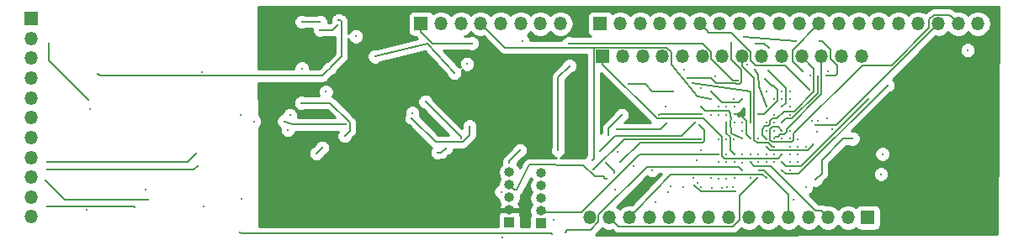
<source format=gbr>
G04 #@! TF.GenerationSoftware,KiCad,Pcbnew,5.0.0-rc2-dev-unknown-6940f92~62~ubuntu16.04.1*
G04 #@! TF.CreationDate,2018-03-25T22:17:42+02:00*
G04 #@! TF.ProjectId,roboy_sno,726F626F795F736E6F2E6B696361645F,rev?*
G04 #@! TF.SameCoordinates,Original*
G04 #@! TF.FileFunction,Copper,L4,Bot,Signal*
G04 #@! TF.FilePolarity,Positive*
%FSLAX46Y46*%
G04 Gerber Fmt 4.6, Leading zero omitted, Abs format (unit mm)*
G04 Created by KiCad (PCBNEW 5.0.0-rc2-dev-unknown-6940f92~62~ubuntu16.04.1) date Sun Mar 25 22:17:42 2018*
%MOMM*%
%LPD*%
G01*
G04 APERTURE LIST*
%ADD10R,1.000000X1.000000*%
%ADD11O,1.000000X1.000000*%
%ADD12O,1.350000X1.350000*%
%ADD13R,1.350000X1.350000*%
%ADD14C,0.301000*%
%ADD15C,0.152400*%
%ADD16C,0.254000*%
G04 APERTURE END LIST*
D10*
X140208000Y-125984000D03*
D11*
X140208000Y-124714000D03*
X140208000Y-123444000D03*
X140208000Y-122174000D03*
X140208000Y-120904000D03*
D12*
X187352000Y-105918000D03*
X185352000Y-105918000D03*
X183352000Y-105918000D03*
X181352000Y-105918000D03*
X179352000Y-105918000D03*
X177352000Y-105918000D03*
X175352000Y-105918000D03*
X173352000Y-105918000D03*
X171352000Y-105918000D03*
X169352000Y-105918000D03*
X167352000Y-105918000D03*
X165352000Y-105918000D03*
X163352000Y-105918000D03*
X161352000Y-105918000D03*
X159352000Y-105918000D03*
X157352000Y-105918000D03*
X155352000Y-105918000D03*
X153352000Y-105918000D03*
X151352000Y-105918000D03*
D13*
X149352000Y-105918000D03*
D12*
X175606000Y-109220000D03*
X173606000Y-109220000D03*
X171606000Y-109220000D03*
X169606000Y-109220000D03*
X167606000Y-109220000D03*
X165606000Y-109220000D03*
X163606000Y-109220000D03*
X161606000Y-109220000D03*
X159606000Y-109220000D03*
X157606000Y-109220000D03*
X155606000Y-109220000D03*
X153606000Y-109220000D03*
X151606000Y-109220000D03*
D13*
X149606000Y-109220000D03*
D12*
X145318000Y-105918000D03*
X143318000Y-105918000D03*
X141318000Y-105918000D03*
X139318000Y-105918000D03*
X137318000Y-105918000D03*
X135318000Y-105918000D03*
X133318000Y-105918000D03*
D13*
X131318000Y-105918000D03*
D12*
X148276000Y-125476000D03*
X150276000Y-125476000D03*
X152276000Y-125476000D03*
X154276000Y-125476000D03*
X156276000Y-125476000D03*
X158276000Y-125476000D03*
X160276000Y-125476000D03*
X162276000Y-125476000D03*
X164276000Y-125476000D03*
X166276000Y-125476000D03*
X168276000Y-125476000D03*
X170276000Y-125476000D03*
X172276000Y-125476000D03*
X174276000Y-125476000D03*
D13*
X176276000Y-125476000D03*
D12*
X92075000Y-125410000D03*
X92075000Y-123410000D03*
X92075000Y-121410000D03*
X92075000Y-119410000D03*
X92075000Y-117410000D03*
X92075000Y-115410000D03*
X92075000Y-113410000D03*
X92075000Y-111410000D03*
X92075000Y-109410000D03*
X92075000Y-107410000D03*
D13*
X92075000Y-105410000D03*
D11*
X143383000Y-120967500D03*
X143383000Y-122237500D03*
X143383000Y-123507500D03*
X143383000Y-124777500D03*
D10*
X143383000Y-126047500D03*
D14*
X144653000Y-125666500D03*
X149288500Y-118745000D03*
X145859500Y-126936500D03*
X144525474Y-127125100D03*
X113099411Y-126942411D03*
X140208000Y-119951500D03*
X141284774Y-118681500D03*
X167640000Y-112712500D03*
X139509500Y-127508000D03*
X186309000Y-108585000D03*
X152209500Y-112014000D03*
X153853100Y-112014000D03*
X158115000Y-111377100D03*
X159067500Y-119697500D03*
X154876500Y-123888500D03*
X159512000Y-122366400D03*
X141541500Y-107696000D03*
X162560000Y-107823000D03*
X164158733Y-110030634D03*
X164465000Y-121475500D03*
X168783000Y-123698000D03*
X170053000Y-122428000D03*
X171450000Y-107632500D03*
X172085000Y-111125000D03*
X172212000Y-115443000D03*
X156647952Y-112714400D03*
X159467780Y-112439220D03*
X155892500Y-114300000D03*
X156647952Y-112714400D03*
X168425100Y-117475000D03*
X160464500Y-115125500D03*
X162877500Y-119126000D03*
X166878000Y-119888000D03*
X165227000Y-117475000D03*
X162052000Y-115887500D03*
X168465500Y-115125500D03*
X162877500Y-114300000D03*
X162052000Y-114300000D03*
X166052500Y-112712500D03*
X97663000Y-124712100D03*
X182816500Y-108521500D03*
X164973000Y-107886500D03*
X182689500Y-115570000D03*
X163610065Y-119932155D03*
X153352500Y-122110500D03*
X159170910Y-121958518D03*
X166306500Y-108390701D03*
X170751500Y-123507500D03*
X159455102Y-118661701D03*
X175450500Y-116078000D03*
X162834601Y-115082601D03*
X122237500Y-108140500D03*
X120078500Y-108077000D03*
X152654000Y-114046000D03*
X170468699Y-111116855D03*
X160888701Y-111252000D03*
X172720000Y-116586000D03*
X166814500Y-113538000D03*
X166052000Y-119888000D03*
X162052000Y-119126000D03*
X168465500Y-118300500D03*
X119316500Y-109156500D03*
X164427000Y-117475000D03*
X123634500Y-117221000D03*
X119253000Y-113919000D03*
X121348500Y-118427500D03*
X120777000Y-118999000D03*
X148653500Y-120650000D03*
X159448500Y-117538500D03*
X151384000Y-119888000D03*
X159321500Y-116141500D03*
X163639500Y-115887500D03*
X161226500Y-119126000D03*
X163639500Y-116713000D03*
X158877000Y-115883701D03*
X162849717Y-115879924D03*
X166814500Y-116713000D03*
X167640000Y-116713000D03*
X171005500Y-116141500D03*
X171259500Y-115697000D03*
X171132500Y-116840000D03*
X170688000Y-115697000D03*
X166052500Y-116713000D03*
X171226900Y-111188500D03*
X167640000Y-115887500D03*
X169735500Y-110744000D03*
X166052500Y-115887500D03*
X166878000Y-115125500D03*
X172275500Y-110680500D03*
X168465500Y-112712500D03*
X168465500Y-113538000D03*
X167640000Y-113474500D03*
X170432100Y-112585500D03*
X166814500Y-115887500D03*
X164909500Y-110553500D03*
X166052500Y-114300000D03*
X163766500Y-107251500D03*
X169081499Y-107632500D03*
X168465500Y-114300000D03*
X166243000Y-110617000D03*
X167640000Y-114300000D03*
X168465500Y-116713000D03*
X166814500Y-117475000D03*
X166052500Y-117538500D03*
X170053000Y-118300500D03*
X169227500Y-117538500D03*
X166878000Y-118300500D03*
X167640000Y-117475000D03*
X169227500Y-119126000D03*
X169227500Y-118300500D03*
X168465500Y-119126000D03*
X169227500Y-119888000D03*
X166878000Y-119126000D03*
X167605053Y-119144113D03*
X157670500Y-122364500D03*
X160591869Y-122469673D03*
X150032815Y-121521315D03*
X156464000Y-122299100D03*
X161607578Y-122484862D03*
X139382500Y-122872500D03*
X130429000Y-114935000D03*
X165163500Y-121475500D03*
X166052500Y-121475500D03*
X161226500Y-121539000D03*
X162052000Y-119888000D03*
X162877500Y-119888000D03*
X163639500Y-119126000D03*
X162877500Y-121475500D03*
X165290500Y-120713500D03*
X164465000Y-119126000D03*
X164465000Y-119888000D03*
X165227000Y-119062500D03*
X165227000Y-119888000D03*
X102489000Y-124396500D03*
X93662500Y-124333000D03*
X103886000Y-123634500D03*
X93535500Y-121729500D03*
X108839000Y-120269000D03*
X93662500Y-120650000D03*
X108648500Y-118999000D03*
X93726000Y-119824500D03*
X109283500Y-110807500D03*
X97853500Y-113601500D03*
X93853000Y-107950000D03*
X117538500Y-115760500D03*
X123761500Y-116078000D03*
X103632000Y-122682000D03*
X119316500Y-110426500D03*
X121158000Y-105727500D03*
X119316500Y-105727500D03*
X121158000Y-106553000D03*
X122936000Y-106045000D03*
X98742500Y-110934500D03*
X123000120Y-105596155D03*
X122110500Y-110426500D03*
X157797500Y-110553500D03*
X160464500Y-112712500D03*
X163639500Y-113538000D03*
X158623000Y-111887000D03*
X164465000Y-115887500D03*
X162814000Y-113474500D03*
X165925500Y-111506000D03*
X165227000Y-115062000D03*
X145097500Y-118681500D03*
X146240500Y-110172500D03*
X146177000Y-107886500D03*
X163195000Y-111633000D03*
X150177500Y-117157500D03*
X158750000Y-121475500D03*
X136461500Y-107886500D03*
X151511000Y-115125500D03*
X155257500Y-115125500D03*
X159575500Y-115062000D03*
X97980500Y-114490500D03*
X124777500Y-107188000D03*
X162941338Y-122863962D03*
X158813500Y-122237500D03*
X135953500Y-109982000D03*
X176325435Y-113523935D03*
X167640000Y-119888000D03*
X178244500Y-112141000D03*
X167640000Y-120713500D03*
X171005500Y-121666000D03*
X174752000Y-117516901D03*
X166052500Y-119062500D03*
X170751500Y-118046500D03*
X166052500Y-118300500D03*
X177736500Y-119062500D03*
X168465500Y-119888000D03*
X177609500Y-121094500D03*
X168465500Y-120713500D03*
X126682500Y-109220000D03*
X134683500Y-110871000D03*
X151066500Y-118808500D03*
X152717500Y-120326299D03*
X154559000Y-120713499D03*
X148526500Y-119737701D03*
X149923500Y-119951500D03*
X150749000Y-120967500D03*
X161226500Y-119888000D03*
X160464500Y-113474500D03*
X161226500Y-114300000D03*
X161226500Y-117538500D03*
X159512000Y-114300000D03*
X163639500Y-117475000D03*
X161226500Y-115125500D03*
X162052000Y-117538500D03*
X162052000Y-115125500D03*
X162814000Y-117538500D03*
X160464500Y-121475500D03*
X151003000Y-116586000D03*
X156019500Y-115951000D03*
X114490500Y-115760500D03*
X162052000Y-121539000D03*
X113220500Y-123571000D03*
X163639501Y-120713500D03*
X162056011Y-122417923D03*
X156146500Y-122872500D03*
X150876000Y-122618500D03*
X113157000Y-115125500D03*
X162657685Y-122393815D03*
X121740615Y-112787115D03*
X117919500Y-116649500D03*
X109410500Y-124333000D03*
X118117789Y-115146227D03*
X135318500Y-117475000D03*
X131762500Y-113792000D03*
X133794500Y-118491000D03*
X132969000Y-118935500D03*
X136207500Y-116268500D03*
X130365500Y-115443000D03*
D15*
X158877000Y-115883701D02*
X157527011Y-117233690D01*
X157527011Y-117233690D02*
X150799810Y-117233690D01*
X150799810Y-117233690D02*
X149288500Y-118745000D01*
X142240000Y-120142000D02*
X147617829Y-120175399D01*
X140208000Y-122174000D02*
X140707999Y-122673999D01*
X140904071Y-122673999D02*
X142240000Y-120142000D01*
X148772829Y-121330399D02*
X149629060Y-121330399D01*
X140707999Y-122673999D02*
X140904071Y-122673999D01*
X147617829Y-120175399D02*
X148772829Y-121330399D01*
X149629060Y-121330399D02*
X149819976Y-121521315D01*
X149819976Y-121521315D02*
X150032815Y-121521315D01*
X148343330Y-126746000D02*
X146050000Y-126746000D01*
X146050000Y-126746000D02*
X145859500Y-126936500D01*
X113099411Y-126942411D02*
X113249910Y-127092910D01*
X113249910Y-127092910D02*
X144493284Y-127092910D01*
X144493284Y-127092910D02*
X144525474Y-127125100D01*
X141284774Y-118681500D02*
X140208000Y-119758274D01*
X140208000Y-119758274D02*
X140208000Y-119951500D01*
X153853100Y-112014000D02*
X152209500Y-112014000D01*
X156647952Y-112714400D02*
X154553500Y-112714400D01*
X154553500Y-112714400D02*
X153853100Y-112014000D01*
X158115000Y-111377100D02*
X160452731Y-111377100D01*
X162938740Y-111937810D02*
X163013031Y-112012101D01*
X160452731Y-111377100D02*
X161013441Y-111937810D01*
X161013441Y-111937810D02*
X162938740Y-111937810D01*
X162560000Y-108035839D02*
X162560000Y-107823000D01*
X163013031Y-112012101D02*
X163376969Y-112012101D01*
X163376969Y-112012101D02*
X163574101Y-111814969D01*
X163574101Y-111814969D02*
X163574101Y-110573761D01*
X163574101Y-110573761D02*
X162560000Y-109559660D01*
X162560000Y-109559660D02*
X162560000Y-108035839D01*
X162052000Y-115887500D02*
X162052000Y-116973632D01*
X162052000Y-116973632D02*
X162434899Y-117356531D01*
X162434899Y-117356531D02*
X162434899Y-118683399D01*
X162434899Y-118683399D02*
X162727001Y-118975501D01*
X162727001Y-118975501D02*
X162877500Y-119126000D01*
X172509601Y-108501601D02*
X171640500Y-107632500D01*
X171640500Y-107632500D02*
X171450000Y-107632500D01*
X173172271Y-110123601D02*
X172509601Y-109460931D01*
X172509601Y-109460931D02*
X172509601Y-108501601D01*
X173172271Y-110991059D02*
X173172271Y-110123601D01*
X173038330Y-111125000D02*
X173172271Y-110991059D01*
X172085000Y-111125000D02*
X173038330Y-111125000D01*
X166306500Y-108390701D02*
X165802299Y-107886500D01*
X165802299Y-107886500D02*
X164973000Y-107886500D01*
X175450500Y-116078000D02*
X182181500Y-116078000D01*
X182181500Y-116078000D02*
X182689500Y-115570000D01*
X164427000Y-117475000D02*
X164018601Y-117066601D01*
X164018601Y-117066601D02*
X164018601Y-115705531D01*
X164018601Y-115705531D02*
X163395671Y-115082601D01*
X163395671Y-115082601D02*
X163047440Y-115082601D01*
X163047440Y-115082601D02*
X162834601Y-115082601D01*
X120078500Y-108077000D02*
X122174000Y-108077000D01*
X122174000Y-108077000D02*
X122237500Y-108140500D01*
X124140601Y-116714899D02*
X123634500Y-117221000D01*
X124140601Y-115896031D02*
X124140601Y-116714899D01*
X122163570Y-113919000D02*
X124140601Y-115896031D01*
X119253000Y-113919000D02*
X122163570Y-113919000D01*
X120777000Y-118999000D02*
X121348500Y-118427500D01*
X159448500Y-117538500D02*
X151765000Y-117538500D01*
X151765000Y-117538500D02*
X148653500Y-120650000D01*
X151384000Y-119888000D02*
X153354399Y-117917601D01*
X153354399Y-117917601D02*
X159630469Y-117917601D01*
X159630469Y-117917601D02*
X159827601Y-117720469D01*
X159471999Y-116291999D02*
X159321500Y-116141500D01*
X159827601Y-117720469D02*
X159827601Y-116647601D01*
X159827601Y-116647601D02*
X159471999Y-116291999D01*
X143764000Y-124984000D02*
X147430670Y-124984000D01*
X147430670Y-124984000D02*
X153288670Y-119126000D01*
X153288670Y-119126000D02*
X161226500Y-119126000D01*
X167640000Y-116713000D02*
X167260899Y-116333899D01*
X168607069Y-117854101D02*
X168804201Y-117656969D01*
X184677001Y-105243001D02*
X185352000Y-105918000D01*
X167260899Y-116333899D02*
X166632531Y-116333899D01*
X166431601Y-116534829D02*
X166431601Y-117653171D01*
X166632531Y-116333899D02*
X166431601Y-116534829D01*
X168804201Y-117019729D02*
X175700329Y-110123601D01*
X166431601Y-117653171D02*
X166632531Y-117854101D01*
X166632531Y-117854101D02*
X168607069Y-117854101D01*
X168804201Y-117656969D02*
X168804201Y-117019729D01*
X175700329Y-110123601D02*
X178676527Y-110123601D01*
X178676527Y-110123601D02*
X182448399Y-106351729D01*
X182448399Y-106351729D02*
X182448399Y-105484271D01*
X182448399Y-105484271D02*
X182918271Y-105014399D01*
X182918271Y-105014399D02*
X184448399Y-105014399D01*
X184448399Y-105014399D02*
X184677001Y-105243001D01*
X171005500Y-116141500D02*
X173128500Y-116141500D01*
X173128500Y-116141500D02*
X183352000Y-105918000D01*
X171259500Y-112892570D02*
X171226900Y-111188500D01*
X171259500Y-111188500D02*
X171226900Y-111188500D01*
X167640000Y-115887500D02*
X168022899Y-115504601D01*
X168022899Y-115504601D02*
X168647469Y-115504601D01*
X168647469Y-115504601D02*
X171259500Y-112892570D01*
X171352000Y-105918000D02*
X168702399Y-108567601D01*
X168702399Y-108567601D02*
X168702399Y-109710899D01*
X168702399Y-109710899D02*
X169735500Y-110744000D01*
X170432100Y-112585500D02*
X167970201Y-110123601D01*
X167970201Y-110123601D02*
X164979473Y-110123601D01*
X164979473Y-110123601D02*
X164509601Y-109653729D01*
X164509601Y-109653729D02*
X164509601Y-108786271D01*
X164509601Y-108786271D02*
X162544931Y-106821601D01*
X162544931Y-106821601D02*
X160255601Y-106821601D01*
X160255601Y-106821601D02*
X160026999Y-106592999D01*
X160026999Y-106592999D02*
X159352000Y-105918000D01*
X164909500Y-110553500D02*
X165227000Y-111061500D01*
X165227000Y-111061500D02*
X165354000Y-112268000D01*
X165354000Y-112268000D02*
X166052500Y-114300000D01*
X169081499Y-107632500D02*
X163766500Y-107251500D01*
X167640000Y-114300000D02*
X168019101Y-113920899D01*
X168019101Y-113920899D02*
X168019101Y-112393101D01*
X168019101Y-112393101D02*
X166243000Y-110617000D01*
X166964999Y-117324501D02*
X167229429Y-117324501D01*
X167229429Y-117324501D02*
X167461829Y-117092101D01*
X167461829Y-117092101D02*
X167821969Y-117092101D01*
X167821969Y-117092101D02*
X168086399Y-116827671D01*
X166814500Y-117475000D02*
X166964999Y-117324501D01*
X171606000Y-110174594D02*
X171606000Y-109220000D01*
X168086399Y-116827671D02*
X168086399Y-116531031D01*
X168086399Y-116531031D02*
X171606000Y-113011430D01*
X171606000Y-113011430D02*
X171606000Y-110174594D01*
X169606000Y-109220000D02*
X170847799Y-110461799D01*
X170847799Y-110461799D02*
X170847799Y-112730871D01*
X168832271Y-114746399D02*
X167818171Y-114746399D01*
X170847799Y-112730871D02*
X168832271Y-114746399D01*
X167818171Y-114746399D02*
X167059969Y-115504601D01*
X167059969Y-115504601D02*
X166636329Y-115504601D01*
X166052500Y-117538500D02*
X165673399Y-117159399D01*
X165673399Y-117159399D02*
X165673399Y-116531031D01*
X166435399Y-116069469D02*
X166435399Y-115705531D01*
X165673399Y-116531031D02*
X165937829Y-116266601D01*
X165937829Y-116266601D02*
X166238267Y-116266601D01*
X166238267Y-116266601D02*
X166435399Y-116069469D01*
X166435399Y-115705531D02*
X166636329Y-115504601D01*
X163606000Y-109220000D02*
X163606000Y-110174594D01*
X164847899Y-111416493D02*
X164847899Y-117656969D01*
X163606000Y-110174594D02*
X164847899Y-111416493D01*
X165110430Y-117919500D02*
X166266864Y-117919500D01*
X164847899Y-117656969D02*
X165110430Y-117919500D01*
X166266864Y-117919500D02*
X166647864Y-118300500D01*
X166647864Y-118300500D02*
X166665161Y-118300500D01*
X166665161Y-118300500D02*
X166878000Y-118300500D01*
X167605053Y-119144113D02*
X167244065Y-119505101D01*
X155063201Y-115504601D02*
X149606000Y-110047400D01*
X167244065Y-119505101D02*
X161802733Y-119505101D01*
X161802733Y-119505101D02*
X161605601Y-119307969D01*
X161605601Y-119307969D02*
X161605601Y-117346101D01*
X161605601Y-117346101D02*
X159764101Y-115504601D01*
X159764101Y-115504601D02*
X155063201Y-115504601D01*
X149606000Y-110047400D02*
X149606000Y-109220000D01*
X165163500Y-121475500D02*
X163372399Y-123266601D01*
X163372399Y-123266601D02*
X163372399Y-125716931D01*
X151179601Y-126379601D02*
X150950999Y-126150999D01*
X163372399Y-125716931D02*
X162709729Y-126379601D01*
X162709729Y-126379601D02*
X151179601Y-126379601D01*
X150950999Y-126150999D02*
X150276000Y-125476000D01*
X166052500Y-121475500D02*
X165673399Y-121096399D01*
X165673399Y-121096399D02*
X156464000Y-121094500D01*
X156464000Y-121094500D02*
X152950999Y-124801001D01*
X152950999Y-124801001D02*
X152276000Y-125476000D01*
X165290500Y-120713500D02*
X165851570Y-120713500D01*
X165851570Y-120713500D02*
X168276000Y-123137930D01*
X168276000Y-124521406D02*
X168276000Y-125476000D01*
X168276000Y-123137930D02*
X168276000Y-124521406D01*
X164465000Y-119888000D02*
X164844101Y-120267101D01*
X171601001Y-124801001D02*
X172276000Y-125476000D01*
X164844101Y-120267101D02*
X166495101Y-120267101D01*
X166495101Y-120267101D02*
X171029001Y-124801001D01*
X171029001Y-124801001D02*
X171601001Y-124801001D01*
X93662500Y-124333000D02*
X102425500Y-124333000D01*
X102425500Y-124333000D02*
X102489000Y-124396500D01*
X93535500Y-121729500D02*
X95440500Y-123634500D01*
X95440500Y-123634500D02*
X103886000Y-123634500D01*
X93662500Y-120650000D02*
X108458000Y-120650000D01*
X108458000Y-120650000D02*
X108839000Y-120269000D01*
X93726000Y-119824500D02*
X107823000Y-119824500D01*
X107823000Y-119824500D02*
X108648500Y-118999000D01*
X93853000Y-107950000D02*
X93853000Y-109601000D01*
X93853000Y-109601000D02*
X97853500Y-113601500D01*
X117538500Y-115760500D02*
X118427500Y-116078000D01*
X118427500Y-116078000D02*
X123761500Y-116078000D01*
X119316500Y-105727500D02*
X121158000Y-105727500D01*
X122936000Y-106045000D02*
X122428000Y-106553000D01*
X122428000Y-106553000D02*
X121158000Y-106553000D01*
X98742500Y-110934500D02*
X98994601Y-111186601D01*
X98994601Y-111186601D02*
X121350399Y-111186601D01*
X121960001Y-110576999D02*
X122110500Y-110426500D01*
X121350399Y-111186601D02*
X121960001Y-110576999D01*
X123000120Y-105596155D02*
X123212959Y-105596155D01*
X123212959Y-105596155D02*
X123315101Y-105698297D01*
X123315101Y-105698297D02*
X123315101Y-109221899D01*
X122260999Y-110276001D02*
X122110500Y-110426500D01*
X123315101Y-109221899D02*
X122260999Y-110276001D01*
X163639500Y-113538000D02*
X163323899Y-113853601D01*
X163323899Y-113853601D02*
X161605601Y-113853601D01*
X161605601Y-113853601D02*
X160464500Y-112712500D01*
X158623000Y-111887000D02*
X164465000Y-112776000D01*
X164465000Y-112776000D02*
X164465000Y-115887500D01*
X166736410Y-112139844D02*
X166559344Y-112139844D01*
X166559344Y-112139844D02*
X165925500Y-111506000D01*
X167193601Y-112597035D02*
X166736410Y-112139844D01*
X165227000Y-115062000D02*
X165851570Y-115062000D01*
X165851570Y-115062000D02*
X167193601Y-113719969D01*
X167193601Y-113719969D02*
X167193601Y-112597035D01*
X146240500Y-110172500D02*
X145097500Y-111315500D01*
X145097500Y-111315500D02*
X145097500Y-118681500D01*
X160509601Y-108786271D02*
X159609830Y-107886500D01*
X160509601Y-109460931D02*
X160509601Y-108786271D01*
X159609830Y-107886500D02*
X146177000Y-107886500D01*
X162681670Y-111633000D02*
X160509601Y-109460931D01*
X163195000Y-111633000D02*
X162681670Y-111633000D01*
X150177500Y-117157500D02*
X150177500Y-116459000D01*
X150177500Y-116459000D02*
X151511000Y-115125500D01*
X136461500Y-107886500D02*
X132459100Y-107886500D01*
X132459100Y-107886500D02*
X131318000Y-106745400D01*
X131318000Y-106745400D02*
X131318000Y-105918000D01*
X159575500Y-115062000D02*
X155321000Y-115062000D01*
X155321000Y-115062000D02*
X155257500Y-115125500D01*
X158813500Y-122237500D02*
X159439962Y-122863962D01*
X159439962Y-122863962D02*
X162941338Y-122863962D01*
X167640000Y-119888000D02*
X168019101Y-120267101D01*
X168019101Y-120267101D02*
X169582269Y-120267101D01*
X169582269Y-120267101D02*
X176325435Y-113523935D01*
X167640000Y-120713500D02*
X168019101Y-121092601D01*
X168019101Y-121092601D02*
X169292899Y-121092601D01*
X169292899Y-121092601D02*
X178244500Y-112141000D01*
X171640500Y-121031000D02*
X171005500Y-121666000D01*
X171640500Y-120650000D02*
X171640500Y-121031000D01*
X171640500Y-119697500D02*
X171640500Y-120650000D01*
X173821099Y-117516901D02*
X171640500Y-119697500D01*
X174752000Y-117516901D02*
X173821099Y-117516901D01*
X170751500Y-118163070D02*
X170751500Y-118046500D01*
X170234969Y-118679601D02*
X170751500Y-118163070D01*
X166431601Y-118679601D02*
X170234969Y-118679601D01*
X166052500Y-118300500D02*
X166431601Y-118679601D01*
X134683500Y-110871000D02*
X131953000Y-107886500D01*
X131953000Y-107886500D02*
X126682500Y-109220000D01*
X148653500Y-108316399D02*
X156039729Y-108316399D01*
X139716399Y-108316399D02*
X148653500Y-108316399D01*
X148702399Y-108365298D02*
X148653500Y-108316399D01*
X148526500Y-119737701D02*
X148702399Y-119561802D01*
X148702399Y-119561802D02*
X148702399Y-108365298D01*
X150749000Y-120967500D02*
X150749000Y-120777000D01*
X150749000Y-120777000D02*
X149923500Y-119951500D01*
X156039729Y-108316399D02*
X156509601Y-108786271D01*
X156509601Y-108786271D02*
X156509601Y-110017171D01*
X156509601Y-110017171D02*
X159131000Y-113284000D01*
X137318000Y-105918000D02*
X139716399Y-108316399D01*
X159131000Y-113284000D02*
X160464500Y-113474500D01*
X162431101Y-115705531D02*
X162496500Y-115506500D01*
X161341171Y-114679101D02*
X159891101Y-114679101D01*
X159891101Y-114679101D02*
X159662499Y-114450499D01*
X162496500Y-115506500D02*
X162369500Y-114681000D01*
X162560000Y-116967000D02*
X162431101Y-115705531D01*
X163639500Y-117475000D02*
X162560000Y-116967000D01*
X162369500Y-114681000D02*
X161671000Y-114681000D01*
X161671000Y-114681000D02*
X161341171Y-114679101D01*
X159662499Y-114450499D02*
X159512000Y-114300000D01*
X156019500Y-115951000D02*
X155384500Y-116586000D01*
X155384500Y-116586000D02*
X151003000Y-116586000D01*
X154080271Y-120334399D02*
X149179601Y-125235069D01*
X163260400Y-120334399D02*
X154080271Y-120334399D01*
X149179601Y-125235069D02*
X149179601Y-125909729D01*
X163639501Y-120713500D02*
X163260400Y-120334399D01*
X149179601Y-125909729D02*
X148343330Y-126746000D01*
X131762500Y-113792000D02*
X135318500Y-117348000D01*
X135318500Y-117348000D02*
X135318500Y-117475000D01*
X132969000Y-118935500D02*
X133350000Y-118935500D01*
X133350000Y-118935500D02*
X133794500Y-118491000D01*
X136207500Y-117147070D02*
X136207500Y-116268500D01*
X135500469Y-117854101D02*
X136207500Y-117147070D01*
X132776601Y-117854101D02*
X135500469Y-117854101D01*
X130365500Y-115443000D02*
X132776601Y-117854101D01*
D16*
G36*
X189285701Y-127116846D02*
X148901252Y-127193867D01*
X149537228Y-126557891D01*
X149764864Y-126709993D01*
X150146978Y-126786000D01*
X150405022Y-126786000D01*
X150551146Y-126756934D01*
X150627177Y-126832965D01*
X150666855Y-126892347D01*
X150902105Y-127049537D01*
X151109555Y-127090801D01*
X151109559Y-127090801D01*
X151179600Y-127104733D01*
X151249642Y-127090801D01*
X162639688Y-127090801D01*
X162709729Y-127104733D01*
X162779770Y-127090801D01*
X162779775Y-127090801D01*
X162987225Y-127049537D01*
X163222475Y-126892347D01*
X163262153Y-126832965D01*
X163537227Y-126557891D01*
X163764864Y-126709993D01*
X164146978Y-126786000D01*
X164405022Y-126786000D01*
X164787136Y-126709993D01*
X165220457Y-126420457D01*
X165276000Y-126337331D01*
X165331543Y-126420457D01*
X165764864Y-126709993D01*
X166146978Y-126786000D01*
X166405022Y-126786000D01*
X166787136Y-126709993D01*
X167220457Y-126420457D01*
X167276000Y-126337331D01*
X167331543Y-126420457D01*
X167764864Y-126709993D01*
X168146978Y-126786000D01*
X168405022Y-126786000D01*
X168787136Y-126709993D01*
X169220457Y-126420457D01*
X169276000Y-126337331D01*
X169331543Y-126420457D01*
X169764864Y-126709993D01*
X170146978Y-126786000D01*
X170405022Y-126786000D01*
X170787136Y-126709993D01*
X171220457Y-126420457D01*
X171276000Y-126337331D01*
X171331543Y-126420457D01*
X171764864Y-126709993D01*
X172146978Y-126786000D01*
X172405022Y-126786000D01*
X172787136Y-126709993D01*
X173220457Y-126420457D01*
X173276000Y-126337331D01*
X173331543Y-126420457D01*
X173764864Y-126709993D01*
X174146978Y-126786000D01*
X174405022Y-126786000D01*
X174787136Y-126709993D01*
X175080032Y-126514286D01*
X175143191Y-126608809D01*
X175353235Y-126749157D01*
X175601000Y-126798440D01*
X176951000Y-126798440D01*
X177198765Y-126749157D01*
X177408809Y-126608809D01*
X177549157Y-126398765D01*
X177598440Y-126151000D01*
X177598440Y-124801000D01*
X177549157Y-124553235D01*
X177408809Y-124343191D01*
X177198765Y-124202843D01*
X176951000Y-124153560D01*
X175601000Y-124153560D01*
X175353235Y-124202843D01*
X175143191Y-124343191D01*
X175080032Y-124437714D01*
X174787136Y-124242007D01*
X174405022Y-124166000D01*
X174146978Y-124166000D01*
X173764864Y-124242007D01*
X173331543Y-124531543D01*
X173276000Y-124614669D01*
X173220457Y-124531543D01*
X172787136Y-124242007D01*
X172405022Y-124166000D01*
X172146978Y-124166000D01*
X171980376Y-124199139D01*
X171878497Y-124131065D01*
X171671047Y-124089801D01*
X171671042Y-124089801D01*
X171601001Y-124075869D01*
X171530960Y-124089801D01*
X171323590Y-124089801D01*
X170377568Y-123143779D01*
X170497950Y-123093915D01*
X170718915Y-122872950D01*
X170838500Y-122584246D01*
X170838500Y-122447046D01*
X170849254Y-122451500D01*
X171161746Y-122451500D01*
X171450450Y-122331915D01*
X171671415Y-122110950D01*
X171745715Y-121931573D01*
X172093867Y-121583422D01*
X172153246Y-121543746D01*
X172192922Y-121484367D01*
X172192924Y-121484365D01*
X172302792Y-121319936D01*
X172310436Y-121308496D01*
X172351700Y-121101045D01*
X172351700Y-121101042D01*
X172365632Y-121031000D01*
X172351700Y-120960958D01*
X172351700Y-120938254D01*
X176824000Y-120938254D01*
X176824000Y-121250746D01*
X176943585Y-121539450D01*
X177164550Y-121760415D01*
X177453254Y-121880000D01*
X177765746Y-121880000D01*
X178054450Y-121760415D01*
X178275415Y-121539450D01*
X178395000Y-121250746D01*
X178395000Y-120938254D01*
X178275415Y-120649550D01*
X178054450Y-120428585D01*
X177765746Y-120309000D01*
X177453254Y-120309000D01*
X177164550Y-120428585D01*
X176943585Y-120649550D01*
X176824000Y-120938254D01*
X172351700Y-120938254D01*
X172351700Y-119992088D01*
X173437534Y-118906254D01*
X176951000Y-118906254D01*
X176951000Y-119218746D01*
X177070585Y-119507450D01*
X177291550Y-119728415D01*
X177580254Y-119848000D01*
X177892746Y-119848000D01*
X178181450Y-119728415D01*
X178402415Y-119507450D01*
X178522000Y-119218746D01*
X178522000Y-118906254D01*
X178402415Y-118617550D01*
X178181450Y-118396585D01*
X177892746Y-118277000D01*
X177580254Y-118277000D01*
X177291550Y-118396585D01*
X177070585Y-118617550D01*
X176951000Y-118906254D01*
X173437534Y-118906254D01*
X174115688Y-118228101D01*
X174416378Y-118228101D01*
X174595754Y-118302401D01*
X174908246Y-118302401D01*
X175196950Y-118182816D01*
X175417915Y-117961851D01*
X175537500Y-117673147D01*
X175537500Y-117360655D01*
X175417915Y-117071951D01*
X175196950Y-116850986D01*
X174908246Y-116731401D01*
X174659888Y-116731401D01*
X178510074Y-112881215D01*
X178689450Y-112806915D01*
X178910415Y-112585950D01*
X179030000Y-112297246D01*
X179030000Y-111984754D01*
X178910415Y-111696050D01*
X178745077Y-111530712D01*
X181847035Y-108428754D01*
X185523500Y-108428754D01*
X185523500Y-108741246D01*
X185643085Y-109029950D01*
X185864050Y-109250915D01*
X186152754Y-109370500D01*
X186465246Y-109370500D01*
X186753950Y-109250915D01*
X186974915Y-109029950D01*
X187094500Y-108741246D01*
X187094500Y-108428754D01*
X186974915Y-108140050D01*
X186753950Y-107919085D01*
X186465246Y-107799500D01*
X186152754Y-107799500D01*
X185864050Y-107919085D01*
X185643085Y-108140050D01*
X185523500Y-108428754D01*
X181847035Y-108428754D01*
X183076855Y-107198934D01*
X183222978Y-107228000D01*
X183481022Y-107228000D01*
X183863136Y-107151993D01*
X184296457Y-106862457D01*
X184352000Y-106779331D01*
X184407543Y-106862457D01*
X184840864Y-107151993D01*
X185222978Y-107228000D01*
X185481022Y-107228000D01*
X185863136Y-107151993D01*
X186296457Y-106862457D01*
X186352000Y-106779331D01*
X186407543Y-106862457D01*
X186840864Y-107151993D01*
X187222978Y-107228000D01*
X187481022Y-107228000D01*
X187863136Y-107151993D01*
X188296457Y-106862457D01*
X188585993Y-106429136D01*
X188687664Y-105918000D01*
X188585993Y-105406864D01*
X188296457Y-104973543D01*
X187863136Y-104684007D01*
X187481022Y-104608000D01*
X187222978Y-104608000D01*
X186840864Y-104684007D01*
X186407543Y-104973543D01*
X186352000Y-105056669D01*
X186296457Y-104973543D01*
X185863136Y-104684007D01*
X185481022Y-104608000D01*
X185222978Y-104608000D01*
X185076854Y-104637066D01*
X185000823Y-104561035D01*
X184961145Y-104501653D01*
X184725895Y-104344463D01*
X184518445Y-104303199D01*
X184518440Y-104303199D01*
X184448399Y-104289267D01*
X184378358Y-104303199D01*
X182988312Y-104303199D01*
X182918270Y-104289267D01*
X182848228Y-104303199D01*
X182848225Y-104303199D01*
X182640775Y-104344463D01*
X182640774Y-104344464D01*
X182640773Y-104344464D01*
X182464906Y-104461975D01*
X182464904Y-104461977D01*
X182405525Y-104501653D01*
X182365849Y-104561033D01*
X182090773Y-104836109D01*
X181863136Y-104684007D01*
X181481022Y-104608000D01*
X181222978Y-104608000D01*
X180840864Y-104684007D01*
X180407543Y-104973543D01*
X180352000Y-105056669D01*
X180296457Y-104973543D01*
X179863136Y-104684007D01*
X179481022Y-104608000D01*
X179222978Y-104608000D01*
X178840864Y-104684007D01*
X178407543Y-104973543D01*
X178352000Y-105056669D01*
X178296457Y-104973543D01*
X177863136Y-104684007D01*
X177481022Y-104608000D01*
X177222978Y-104608000D01*
X176840864Y-104684007D01*
X176407543Y-104973543D01*
X176352000Y-105056669D01*
X176296457Y-104973543D01*
X175863136Y-104684007D01*
X175481022Y-104608000D01*
X175222978Y-104608000D01*
X174840864Y-104684007D01*
X174407543Y-104973543D01*
X174352000Y-105056669D01*
X174296457Y-104973543D01*
X173863136Y-104684007D01*
X173481022Y-104608000D01*
X173222978Y-104608000D01*
X172840864Y-104684007D01*
X172407543Y-104973543D01*
X172352000Y-105056669D01*
X172296457Y-104973543D01*
X171863136Y-104684007D01*
X171481022Y-104608000D01*
X171222978Y-104608000D01*
X170840864Y-104684007D01*
X170407543Y-104973543D01*
X170352000Y-105056669D01*
X170296457Y-104973543D01*
X169863136Y-104684007D01*
X169481022Y-104608000D01*
X169222978Y-104608000D01*
X168840864Y-104684007D01*
X168407543Y-104973543D01*
X168352000Y-105056669D01*
X168296457Y-104973543D01*
X167863136Y-104684007D01*
X167481022Y-104608000D01*
X167222978Y-104608000D01*
X166840864Y-104684007D01*
X166407543Y-104973543D01*
X166352000Y-105056669D01*
X166296457Y-104973543D01*
X165863136Y-104684007D01*
X165481022Y-104608000D01*
X165222978Y-104608000D01*
X164840864Y-104684007D01*
X164407543Y-104973543D01*
X164352000Y-105056669D01*
X164296457Y-104973543D01*
X163863136Y-104684007D01*
X163481022Y-104608000D01*
X163222978Y-104608000D01*
X162840864Y-104684007D01*
X162407543Y-104973543D01*
X162352000Y-105056669D01*
X162296457Y-104973543D01*
X161863136Y-104684007D01*
X161481022Y-104608000D01*
X161222978Y-104608000D01*
X160840864Y-104684007D01*
X160407543Y-104973543D01*
X160352000Y-105056669D01*
X160296457Y-104973543D01*
X159863136Y-104684007D01*
X159481022Y-104608000D01*
X159222978Y-104608000D01*
X158840864Y-104684007D01*
X158407543Y-104973543D01*
X158352000Y-105056669D01*
X158296457Y-104973543D01*
X157863136Y-104684007D01*
X157481022Y-104608000D01*
X157222978Y-104608000D01*
X156840864Y-104684007D01*
X156407543Y-104973543D01*
X156352000Y-105056669D01*
X156296457Y-104973543D01*
X155863136Y-104684007D01*
X155481022Y-104608000D01*
X155222978Y-104608000D01*
X154840864Y-104684007D01*
X154407543Y-104973543D01*
X154352000Y-105056669D01*
X154296457Y-104973543D01*
X153863136Y-104684007D01*
X153481022Y-104608000D01*
X153222978Y-104608000D01*
X152840864Y-104684007D01*
X152407543Y-104973543D01*
X152352000Y-105056669D01*
X152296457Y-104973543D01*
X151863136Y-104684007D01*
X151481022Y-104608000D01*
X151222978Y-104608000D01*
X150840864Y-104684007D01*
X150547968Y-104879714D01*
X150484809Y-104785191D01*
X150274765Y-104644843D01*
X150027000Y-104595560D01*
X148677000Y-104595560D01*
X148429235Y-104644843D01*
X148219191Y-104785191D01*
X148078843Y-104995235D01*
X148029560Y-105243000D01*
X148029560Y-106593000D01*
X148078843Y-106840765D01*
X148219191Y-107050809D01*
X148405504Y-107175300D01*
X146512622Y-107175300D01*
X146333246Y-107101000D01*
X146020754Y-107101000D01*
X145732050Y-107220585D01*
X145511085Y-107441550D01*
X145443299Y-107605199D01*
X142327000Y-107605199D01*
X142327000Y-107539754D01*
X142207415Y-107251050D01*
X141996517Y-107040152D01*
X142262457Y-106862457D01*
X142318000Y-106779331D01*
X142373543Y-106862457D01*
X142806864Y-107151993D01*
X143188978Y-107228000D01*
X143447022Y-107228000D01*
X143829136Y-107151993D01*
X144262457Y-106862457D01*
X144318000Y-106779331D01*
X144373543Y-106862457D01*
X144806864Y-107151993D01*
X145188978Y-107228000D01*
X145447022Y-107228000D01*
X145829136Y-107151993D01*
X146262457Y-106862457D01*
X146551993Y-106429136D01*
X146653664Y-105918000D01*
X146551993Y-105406864D01*
X146262457Y-104973543D01*
X145829136Y-104684007D01*
X145447022Y-104608000D01*
X145188978Y-104608000D01*
X144806864Y-104684007D01*
X144373543Y-104973543D01*
X144318000Y-105056669D01*
X144262457Y-104973543D01*
X143829136Y-104684007D01*
X143447022Y-104608000D01*
X143188978Y-104608000D01*
X142806864Y-104684007D01*
X142373543Y-104973543D01*
X142318000Y-105056669D01*
X142262457Y-104973543D01*
X141829136Y-104684007D01*
X141447022Y-104608000D01*
X141188978Y-104608000D01*
X140806864Y-104684007D01*
X140373543Y-104973543D01*
X140318000Y-105056669D01*
X140262457Y-104973543D01*
X139829136Y-104684007D01*
X139447022Y-104608000D01*
X139188978Y-104608000D01*
X138806864Y-104684007D01*
X138373543Y-104973543D01*
X138318000Y-105056669D01*
X138262457Y-104973543D01*
X137829136Y-104684007D01*
X137447022Y-104608000D01*
X137188978Y-104608000D01*
X136806864Y-104684007D01*
X136373543Y-104973543D01*
X136318000Y-105056669D01*
X136262457Y-104973543D01*
X135829136Y-104684007D01*
X135447022Y-104608000D01*
X135188978Y-104608000D01*
X134806864Y-104684007D01*
X134373543Y-104973543D01*
X134318000Y-105056669D01*
X134262457Y-104973543D01*
X133829136Y-104684007D01*
X133447022Y-104608000D01*
X133188978Y-104608000D01*
X132806864Y-104684007D01*
X132513968Y-104879714D01*
X132450809Y-104785191D01*
X132240765Y-104644843D01*
X131993000Y-104595560D01*
X130643000Y-104595560D01*
X130395235Y-104644843D01*
X130185191Y-104785191D01*
X130044843Y-104995235D01*
X129995560Y-105243000D01*
X129995560Y-106593000D01*
X130044843Y-106840765D01*
X130185191Y-107050809D01*
X130395235Y-107191157D01*
X130643000Y-107240440D01*
X130793424Y-107240440D01*
X130805254Y-107258145D01*
X130864634Y-107297822D01*
X130968733Y-107401921D01*
X126857268Y-108442172D01*
X126838746Y-108434500D01*
X126526254Y-108434500D01*
X126237550Y-108554085D01*
X126016585Y-108775050D01*
X125897000Y-109063754D01*
X125897000Y-109376246D01*
X126016585Y-109664950D01*
X126237550Y-109885915D01*
X126526254Y-110005500D01*
X126838746Y-110005500D01*
X127127450Y-109885915D01*
X127187534Y-109825831D01*
X131715267Y-108680260D01*
X133927362Y-111098132D01*
X134017585Y-111315950D01*
X134238550Y-111536915D01*
X134527254Y-111656500D01*
X134839746Y-111656500D01*
X135128450Y-111536915D01*
X135349415Y-111315950D01*
X135469000Y-111027246D01*
X135469000Y-110714754D01*
X135393772Y-110533137D01*
X135508550Y-110647915D01*
X135797254Y-110767500D01*
X136109746Y-110767500D01*
X136398450Y-110647915D01*
X136619415Y-110426950D01*
X136739000Y-110138246D01*
X136739000Y-109825754D01*
X136619415Y-109537050D01*
X136398450Y-109316085D01*
X136109746Y-109196500D01*
X135797254Y-109196500D01*
X135508550Y-109316085D01*
X135287585Y-109537050D01*
X135168000Y-109825754D01*
X135168000Y-110138246D01*
X135243228Y-110319863D01*
X135128450Y-110205085D01*
X134983126Y-110144890D01*
X133567611Y-108597700D01*
X136125878Y-108597700D01*
X136305254Y-108672000D01*
X136617746Y-108672000D01*
X136906450Y-108552415D01*
X137127415Y-108331450D01*
X137247000Y-108042746D01*
X137247000Y-107730254D01*
X137127415Y-107441550D01*
X136906450Y-107220585D01*
X136617746Y-107101000D01*
X136305254Y-107101000D01*
X136125878Y-107175300D01*
X135711963Y-107175300D01*
X135829136Y-107151993D01*
X136262457Y-106862457D01*
X136318000Y-106779331D01*
X136373543Y-106862457D01*
X136806864Y-107151993D01*
X137188978Y-107228000D01*
X137447022Y-107228000D01*
X137593146Y-107198934D01*
X139163977Y-108769766D01*
X139203653Y-108829145D01*
X139263032Y-108868821D01*
X139263034Y-108868823D01*
X139438901Y-108986334D01*
X139438902Y-108986334D01*
X139438903Y-108986335D01*
X139646353Y-109027599D01*
X139646356Y-109027599D01*
X139716398Y-109041531D01*
X139786440Y-109027599D01*
X147991200Y-109027599D01*
X147991199Y-119162137D01*
X147860585Y-119292751D01*
X147781828Y-119482888D01*
X147758811Y-119478310D01*
X147692290Y-119464648D01*
X147690058Y-119464634D01*
X147617829Y-119450267D01*
X147549974Y-119463764D01*
X145295363Y-119449762D01*
X145542450Y-119347415D01*
X145763415Y-119126450D01*
X145883000Y-118837746D01*
X145883000Y-118525254D01*
X145808700Y-118345878D01*
X145808700Y-111610088D01*
X146506074Y-110912715D01*
X146685450Y-110838415D01*
X146906415Y-110617450D01*
X147026000Y-110328746D01*
X147026000Y-110016254D01*
X146906415Y-109727550D01*
X146685450Y-109506585D01*
X146396746Y-109387000D01*
X146084254Y-109387000D01*
X145795550Y-109506585D01*
X145574585Y-109727550D01*
X145500285Y-109906926D01*
X144644134Y-110763078D01*
X144584754Y-110802755D01*
X144545078Y-110862134D01*
X144545076Y-110862136D01*
X144473836Y-110968754D01*
X144427564Y-111038005D01*
X144386300Y-111245455D01*
X144386300Y-111245459D01*
X144372368Y-111315500D01*
X144386300Y-111385541D01*
X144386301Y-118345875D01*
X144312000Y-118525254D01*
X144312000Y-118837746D01*
X144431585Y-119126450D01*
X144652550Y-119347415D01*
X144893614Y-119447267D01*
X142345705Y-119431443D01*
X142307195Y-119419987D01*
X142205351Y-119430571D01*
X142174373Y-119430379D01*
X142135837Y-119437796D01*
X142025777Y-119449234D01*
X141997855Y-119464352D01*
X141966670Y-119470354D01*
X141874289Y-119531255D01*
X141776972Y-119583946D01*
X141756955Y-119608606D01*
X141730449Y-119626080D01*
X141668410Y-119717690D01*
X141643671Y-119748168D01*
X141629211Y-119775573D01*
X141571801Y-119860349D01*
X141563719Y-119899703D01*
X141271751Y-120453071D01*
X141026289Y-120085711D01*
X140993500Y-120063802D01*
X140993500Y-119978562D01*
X141550348Y-119421715D01*
X141729724Y-119347415D01*
X141950689Y-119126450D01*
X142070274Y-118837746D01*
X142070274Y-118525254D01*
X141950689Y-118236550D01*
X141729724Y-118015585D01*
X141441020Y-117896000D01*
X141128528Y-117896000D01*
X140839824Y-118015585D01*
X140618859Y-118236550D01*
X140544559Y-118415926D01*
X139754634Y-119205852D01*
X139695254Y-119245529D01*
X139655578Y-119304908D01*
X139655576Y-119304910D01*
X139589702Y-119403498D01*
X139538064Y-119480779D01*
X139524487Y-119549035D01*
X139422500Y-119795254D01*
X139422500Y-120063802D01*
X139389711Y-120085711D01*
X139138854Y-120461145D01*
X139050765Y-120904000D01*
X139138854Y-121346855D01*
X139267241Y-121539000D01*
X139138854Y-121731145D01*
X139053867Y-122158405D01*
X138937550Y-122206585D01*
X138716585Y-122427550D01*
X138597000Y-122716254D01*
X138597000Y-123028746D01*
X138716585Y-123317450D01*
X138937550Y-123538415D01*
X139081397Y-123597998D01*
X139138854Y-123886855D01*
X139275199Y-124090910D01*
X139220873Y-124153791D01*
X139113881Y-124412126D01*
X139240046Y-124587000D01*
X140081000Y-124587000D01*
X140081000Y-124575973D01*
X140096217Y-124579000D01*
X140319783Y-124579000D01*
X140335000Y-124575973D01*
X140335000Y-124587000D01*
X141175954Y-124587000D01*
X141302119Y-124412126D01*
X141195127Y-124153791D01*
X141140801Y-124090910D01*
X141277146Y-123886855D01*
X141365235Y-123444000D01*
X141327356Y-123253570D01*
X141367098Y-123232052D01*
X141388535Y-123205643D01*
X141416817Y-123186745D01*
X141477070Y-123096570D01*
X141500399Y-123067830D01*
X141515883Y-123038484D01*
X141574007Y-122951495D01*
X141581406Y-122914296D01*
X142347973Y-121461417D01*
X142442241Y-121602500D01*
X142313854Y-121794645D01*
X142225765Y-122237500D01*
X142313854Y-122680355D01*
X142442241Y-122872500D01*
X142313854Y-123064645D01*
X142225765Y-123507500D01*
X142313854Y-123950355D01*
X142442241Y-124142500D01*
X142313854Y-124334645D01*
X142225765Y-124777500D01*
X142313854Y-125220355D01*
X142325869Y-125238336D01*
X142284843Y-125299735D01*
X142235560Y-125547500D01*
X142235560Y-126381710D01*
X141355440Y-126381710D01*
X141355440Y-125484000D01*
X141306157Y-125236235D01*
X141247322Y-125148183D01*
X141302119Y-125015874D01*
X141175954Y-124841000D01*
X140730322Y-124841000D01*
X140708000Y-124836560D01*
X139708000Y-124836560D01*
X139685678Y-124841000D01*
X139240046Y-124841000D01*
X139113881Y-125015874D01*
X139168678Y-125148183D01*
X139109843Y-125236235D01*
X139060560Y-125484000D01*
X139060560Y-126381710D01*
X115054422Y-126381710D01*
X115014848Y-118842754D01*
X119991500Y-118842754D01*
X119991500Y-119155246D01*
X120111085Y-119443950D01*
X120332050Y-119664915D01*
X120620754Y-119784500D01*
X120933246Y-119784500D01*
X121221950Y-119664915D01*
X121442915Y-119443950D01*
X121517215Y-119264573D01*
X121614073Y-119167715D01*
X121793450Y-119093415D01*
X122014415Y-118872450D01*
X122134000Y-118583746D01*
X122134000Y-118271254D01*
X122014415Y-117982550D01*
X121793450Y-117761585D01*
X121504746Y-117642000D01*
X121192254Y-117642000D01*
X120903550Y-117761585D01*
X120682585Y-117982550D01*
X120608285Y-118161927D01*
X120511427Y-118258785D01*
X120332050Y-118333085D01*
X120111085Y-118554050D01*
X119991500Y-118842754D01*
X115014848Y-118842754D01*
X115001815Y-116360050D01*
X115156415Y-116205450D01*
X115276000Y-115916746D01*
X115276000Y-115604254D01*
X116753000Y-115604254D01*
X116753000Y-115916746D01*
X116872585Y-116205450D01*
X117093550Y-116426415D01*
X117151707Y-116450505D01*
X117134000Y-116493254D01*
X117134000Y-116805746D01*
X117253585Y-117094450D01*
X117474550Y-117315415D01*
X117763254Y-117435000D01*
X118075746Y-117435000D01*
X118364450Y-117315415D01*
X118585415Y-117094450D01*
X118705000Y-116805746D01*
X118705000Y-116789200D01*
X122963138Y-116789200D01*
X122849000Y-117064754D01*
X122849000Y-117377246D01*
X122968585Y-117665950D01*
X123189550Y-117886915D01*
X123478254Y-118006500D01*
X123790746Y-118006500D01*
X124079450Y-117886915D01*
X124300415Y-117665950D01*
X124374715Y-117486573D01*
X124593967Y-117267321D01*
X124653347Y-117227645D01*
X124693023Y-117168266D01*
X124693025Y-117168264D01*
X124784775Y-117030950D01*
X124810537Y-116992395D01*
X124851801Y-116784945D01*
X124851801Y-116784941D01*
X124865733Y-116714899D01*
X124851801Y-116644857D01*
X124851801Y-115966072D01*
X124865733Y-115896030D01*
X124851801Y-115825986D01*
X124851801Y-115825985D01*
X124810537Y-115618535D01*
X124807790Y-115614424D01*
X124693025Y-115442666D01*
X124693021Y-115442662D01*
X124653346Y-115383285D01*
X124593970Y-115343611D01*
X124537113Y-115286754D01*
X129580000Y-115286754D01*
X129580000Y-115599246D01*
X129699585Y-115887950D01*
X129920550Y-116108915D01*
X130099927Y-116183215D01*
X132224179Y-118307468D01*
X132263855Y-118366847D01*
X132323234Y-118406523D01*
X132323236Y-118406525D01*
X132361526Y-118432109D01*
X132303085Y-118490550D01*
X132183500Y-118779254D01*
X132183500Y-119091746D01*
X132303085Y-119380450D01*
X132524050Y-119601415D01*
X132812754Y-119721000D01*
X133125246Y-119721000D01*
X133296621Y-119650014D01*
X133350000Y-119660632D01*
X133420041Y-119646700D01*
X133420046Y-119646700D01*
X133627496Y-119605436D01*
X133862746Y-119448246D01*
X133902424Y-119388864D01*
X134060072Y-119231216D01*
X134239450Y-119156915D01*
X134460415Y-118935950D01*
X134580000Y-118647246D01*
X134580000Y-118565301D01*
X135430428Y-118565301D01*
X135500469Y-118579233D01*
X135570510Y-118565301D01*
X135570515Y-118565301D01*
X135777965Y-118524037D01*
X136013215Y-118366847D01*
X136052893Y-118307465D01*
X136660869Y-117699490D01*
X136720245Y-117659816D01*
X136759920Y-117600439D01*
X136759924Y-117600435D01*
X136869198Y-117436895D01*
X136877436Y-117424566D01*
X136918700Y-117217116D01*
X136918700Y-117217112D01*
X136932632Y-117147070D01*
X136918700Y-117077028D01*
X136918700Y-116604122D01*
X136993000Y-116424746D01*
X136993000Y-116112254D01*
X136873415Y-115823550D01*
X136652450Y-115602585D01*
X136363746Y-115483000D01*
X136051254Y-115483000D01*
X135762550Y-115602585D01*
X135541585Y-115823550D01*
X135422000Y-116112254D01*
X135422000Y-116424746D01*
X135436825Y-116460536D01*
X132502715Y-113526427D01*
X132428415Y-113347050D01*
X132207450Y-113126085D01*
X131918746Y-113006500D01*
X131606254Y-113006500D01*
X131317550Y-113126085D01*
X131096585Y-113347050D01*
X130977000Y-113635754D01*
X130977000Y-113948246D01*
X131096585Y-114236950D01*
X131317550Y-114457915D01*
X131496927Y-114532215D01*
X134107612Y-117142901D01*
X133071190Y-117142901D01*
X131157396Y-115229108D01*
X131214500Y-115091246D01*
X131214500Y-114778754D01*
X131094915Y-114490050D01*
X130873950Y-114269085D01*
X130585246Y-114149500D01*
X130272754Y-114149500D01*
X129984050Y-114269085D01*
X129763085Y-114490050D01*
X129643500Y-114778754D01*
X129643500Y-115091246D01*
X129652241Y-115112349D01*
X129580000Y-115286754D01*
X124537113Y-115286754D01*
X122715994Y-113465636D01*
X122676316Y-113406254D01*
X122441066Y-113249064D01*
X122398081Y-113240514D01*
X122406530Y-113232065D01*
X122526115Y-112943361D01*
X122526115Y-112630869D01*
X122406530Y-112342165D01*
X122185565Y-112121200D01*
X121896861Y-112001615D01*
X121584369Y-112001615D01*
X121295665Y-112121200D01*
X121074700Y-112342165D01*
X120955115Y-112630869D01*
X120955115Y-112943361D01*
X121064649Y-113207800D01*
X119588622Y-113207800D01*
X119409246Y-113133500D01*
X119096754Y-113133500D01*
X118808050Y-113253085D01*
X118587085Y-113474050D01*
X118467500Y-113762754D01*
X118467500Y-114075246D01*
X118587085Y-114363950D01*
X118808050Y-114584915D01*
X119096754Y-114704500D01*
X119409246Y-114704500D01*
X119588622Y-114630200D01*
X121868982Y-114630200D01*
X122605582Y-115366800D01*
X118876644Y-115366800D01*
X118903289Y-115302473D01*
X118903289Y-114989981D01*
X118783704Y-114701277D01*
X118562739Y-114480312D01*
X118274035Y-114360727D01*
X117961543Y-114360727D01*
X117672839Y-114480312D01*
X117451874Y-114701277D01*
X117332289Y-114989981D01*
X117332289Y-114995696D01*
X117093550Y-115094585D01*
X116872585Y-115315550D01*
X116753000Y-115604254D01*
X115276000Y-115604254D01*
X115156415Y-115315550D01*
X114995488Y-115154623D01*
X114978391Y-111897801D01*
X121280358Y-111897801D01*
X121350399Y-111911733D01*
X121420440Y-111897801D01*
X121420445Y-111897801D01*
X121627895Y-111856537D01*
X121863145Y-111699347D01*
X121902823Y-111639965D01*
X122376074Y-111166715D01*
X122555450Y-111092415D01*
X122776415Y-110871450D01*
X122850715Y-110692073D01*
X123768468Y-109774321D01*
X123827847Y-109734645D01*
X123867523Y-109675266D01*
X123867525Y-109675264D01*
X123985036Y-109499397D01*
X123985036Y-109499396D01*
X123985037Y-109499395D01*
X124026301Y-109291945D01*
X124026301Y-109291942D01*
X124040233Y-109221900D01*
X124026301Y-109151858D01*
X124026301Y-107427056D01*
X124111585Y-107632950D01*
X124332550Y-107853915D01*
X124621254Y-107973500D01*
X124933746Y-107973500D01*
X125222450Y-107853915D01*
X125443415Y-107632950D01*
X125563000Y-107344246D01*
X125563000Y-107031754D01*
X125443415Y-106743050D01*
X125222450Y-106522085D01*
X124933746Y-106402500D01*
X124621254Y-106402500D01*
X124332550Y-106522085D01*
X124111585Y-106743050D01*
X124026301Y-106948944D01*
X124026301Y-105768339D01*
X124040233Y-105698297D01*
X124026301Y-105628256D01*
X124026301Y-105628251D01*
X123985037Y-105420801D01*
X123898904Y-105291895D01*
X123867525Y-105244933D01*
X123867523Y-105244931D01*
X123827846Y-105185551D01*
X123768467Y-105145875D01*
X123765383Y-105142791D01*
X123725705Y-105083409D01*
X123490455Y-104926219D01*
X123384464Y-104905136D01*
X123156366Y-104810655D01*
X122843874Y-104810655D01*
X122555170Y-104930240D01*
X122334205Y-105151205D01*
X122214620Y-105439909D01*
X122214620Y-105733954D01*
X122195784Y-105779428D01*
X122133412Y-105841800D01*
X121943500Y-105841800D01*
X121943500Y-105571254D01*
X121823915Y-105282550D01*
X121602950Y-105061585D01*
X121314246Y-104942000D01*
X121001754Y-104942000D01*
X120822378Y-105016300D01*
X119652122Y-105016300D01*
X119472746Y-104942000D01*
X119160254Y-104942000D01*
X118871550Y-105061585D01*
X118650585Y-105282550D01*
X118531000Y-105571254D01*
X118531000Y-105883746D01*
X118650585Y-106172450D01*
X118871550Y-106393415D01*
X119160254Y-106513000D01*
X119472746Y-106513000D01*
X119652122Y-106438700D01*
X120372500Y-106438700D01*
X120372500Y-106709246D01*
X120492085Y-106997950D01*
X120713050Y-107218915D01*
X121001754Y-107338500D01*
X121314246Y-107338500D01*
X121493622Y-107264200D01*
X122357959Y-107264200D01*
X122428000Y-107278132D01*
X122498041Y-107264200D01*
X122498046Y-107264200D01*
X122603901Y-107243144D01*
X122603902Y-108927309D01*
X121844927Y-109686285D01*
X121665550Y-109760585D01*
X121444585Y-109981550D01*
X121370285Y-110160926D01*
X121055811Y-110475401D01*
X120102000Y-110475401D01*
X120102000Y-110270254D01*
X119982415Y-109981550D01*
X119761450Y-109760585D01*
X119472746Y-109641000D01*
X119160254Y-109641000D01*
X118871550Y-109760585D01*
X118650585Y-109981550D01*
X118531000Y-110270254D01*
X118531000Y-110475401D01*
X114970925Y-110475401D01*
X114938062Y-104215000D01*
X189405606Y-104215000D01*
X189285701Y-127116846D01*
X189285701Y-127116846D01*
G37*
X189285701Y-127116846D02*
X148901252Y-127193867D01*
X149537228Y-126557891D01*
X149764864Y-126709993D01*
X150146978Y-126786000D01*
X150405022Y-126786000D01*
X150551146Y-126756934D01*
X150627177Y-126832965D01*
X150666855Y-126892347D01*
X150902105Y-127049537D01*
X151109555Y-127090801D01*
X151109559Y-127090801D01*
X151179600Y-127104733D01*
X151249642Y-127090801D01*
X162639688Y-127090801D01*
X162709729Y-127104733D01*
X162779770Y-127090801D01*
X162779775Y-127090801D01*
X162987225Y-127049537D01*
X163222475Y-126892347D01*
X163262153Y-126832965D01*
X163537227Y-126557891D01*
X163764864Y-126709993D01*
X164146978Y-126786000D01*
X164405022Y-126786000D01*
X164787136Y-126709993D01*
X165220457Y-126420457D01*
X165276000Y-126337331D01*
X165331543Y-126420457D01*
X165764864Y-126709993D01*
X166146978Y-126786000D01*
X166405022Y-126786000D01*
X166787136Y-126709993D01*
X167220457Y-126420457D01*
X167276000Y-126337331D01*
X167331543Y-126420457D01*
X167764864Y-126709993D01*
X168146978Y-126786000D01*
X168405022Y-126786000D01*
X168787136Y-126709993D01*
X169220457Y-126420457D01*
X169276000Y-126337331D01*
X169331543Y-126420457D01*
X169764864Y-126709993D01*
X170146978Y-126786000D01*
X170405022Y-126786000D01*
X170787136Y-126709993D01*
X171220457Y-126420457D01*
X171276000Y-126337331D01*
X171331543Y-126420457D01*
X171764864Y-126709993D01*
X172146978Y-126786000D01*
X172405022Y-126786000D01*
X172787136Y-126709993D01*
X173220457Y-126420457D01*
X173276000Y-126337331D01*
X173331543Y-126420457D01*
X173764864Y-126709993D01*
X174146978Y-126786000D01*
X174405022Y-126786000D01*
X174787136Y-126709993D01*
X175080032Y-126514286D01*
X175143191Y-126608809D01*
X175353235Y-126749157D01*
X175601000Y-126798440D01*
X176951000Y-126798440D01*
X177198765Y-126749157D01*
X177408809Y-126608809D01*
X177549157Y-126398765D01*
X177598440Y-126151000D01*
X177598440Y-124801000D01*
X177549157Y-124553235D01*
X177408809Y-124343191D01*
X177198765Y-124202843D01*
X176951000Y-124153560D01*
X175601000Y-124153560D01*
X175353235Y-124202843D01*
X175143191Y-124343191D01*
X175080032Y-124437714D01*
X174787136Y-124242007D01*
X174405022Y-124166000D01*
X174146978Y-124166000D01*
X173764864Y-124242007D01*
X173331543Y-124531543D01*
X173276000Y-124614669D01*
X173220457Y-124531543D01*
X172787136Y-124242007D01*
X172405022Y-124166000D01*
X172146978Y-124166000D01*
X171980376Y-124199139D01*
X171878497Y-124131065D01*
X171671047Y-124089801D01*
X171671042Y-124089801D01*
X171601001Y-124075869D01*
X171530960Y-124089801D01*
X171323590Y-124089801D01*
X170377568Y-123143779D01*
X170497950Y-123093915D01*
X170718915Y-122872950D01*
X170838500Y-122584246D01*
X170838500Y-122447046D01*
X170849254Y-122451500D01*
X171161746Y-122451500D01*
X171450450Y-122331915D01*
X171671415Y-122110950D01*
X171745715Y-121931573D01*
X172093867Y-121583422D01*
X172153246Y-121543746D01*
X172192922Y-121484367D01*
X172192924Y-121484365D01*
X172302792Y-121319936D01*
X172310436Y-121308496D01*
X172351700Y-121101045D01*
X172351700Y-121101042D01*
X172365632Y-121031000D01*
X172351700Y-120960958D01*
X172351700Y-120938254D01*
X176824000Y-120938254D01*
X176824000Y-121250746D01*
X176943585Y-121539450D01*
X177164550Y-121760415D01*
X177453254Y-121880000D01*
X177765746Y-121880000D01*
X178054450Y-121760415D01*
X178275415Y-121539450D01*
X178395000Y-121250746D01*
X178395000Y-120938254D01*
X178275415Y-120649550D01*
X178054450Y-120428585D01*
X177765746Y-120309000D01*
X177453254Y-120309000D01*
X177164550Y-120428585D01*
X176943585Y-120649550D01*
X176824000Y-120938254D01*
X172351700Y-120938254D01*
X172351700Y-119992088D01*
X173437534Y-118906254D01*
X176951000Y-118906254D01*
X176951000Y-119218746D01*
X177070585Y-119507450D01*
X177291550Y-119728415D01*
X177580254Y-119848000D01*
X177892746Y-119848000D01*
X178181450Y-119728415D01*
X178402415Y-119507450D01*
X178522000Y-119218746D01*
X178522000Y-118906254D01*
X178402415Y-118617550D01*
X178181450Y-118396585D01*
X177892746Y-118277000D01*
X177580254Y-118277000D01*
X177291550Y-118396585D01*
X177070585Y-118617550D01*
X176951000Y-118906254D01*
X173437534Y-118906254D01*
X174115688Y-118228101D01*
X174416378Y-118228101D01*
X174595754Y-118302401D01*
X174908246Y-118302401D01*
X175196950Y-118182816D01*
X175417915Y-117961851D01*
X175537500Y-117673147D01*
X175537500Y-117360655D01*
X175417915Y-117071951D01*
X175196950Y-116850986D01*
X174908246Y-116731401D01*
X174659888Y-116731401D01*
X178510074Y-112881215D01*
X178689450Y-112806915D01*
X178910415Y-112585950D01*
X179030000Y-112297246D01*
X179030000Y-111984754D01*
X178910415Y-111696050D01*
X178745077Y-111530712D01*
X181847035Y-108428754D01*
X185523500Y-108428754D01*
X185523500Y-108741246D01*
X185643085Y-109029950D01*
X185864050Y-109250915D01*
X186152754Y-109370500D01*
X186465246Y-109370500D01*
X186753950Y-109250915D01*
X186974915Y-109029950D01*
X187094500Y-108741246D01*
X187094500Y-108428754D01*
X186974915Y-108140050D01*
X186753950Y-107919085D01*
X186465246Y-107799500D01*
X186152754Y-107799500D01*
X185864050Y-107919085D01*
X185643085Y-108140050D01*
X185523500Y-108428754D01*
X181847035Y-108428754D01*
X183076855Y-107198934D01*
X183222978Y-107228000D01*
X183481022Y-107228000D01*
X183863136Y-107151993D01*
X184296457Y-106862457D01*
X184352000Y-106779331D01*
X184407543Y-106862457D01*
X184840864Y-107151993D01*
X185222978Y-107228000D01*
X185481022Y-107228000D01*
X185863136Y-107151993D01*
X186296457Y-106862457D01*
X186352000Y-106779331D01*
X186407543Y-106862457D01*
X186840864Y-107151993D01*
X187222978Y-107228000D01*
X187481022Y-107228000D01*
X187863136Y-107151993D01*
X188296457Y-106862457D01*
X188585993Y-106429136D01*
X188687664Y-105918000D01*
X188585993Y-105406864D01*
X188296457Y-104973543D01*
X187863136Y-104684007D01*
X187481022Y-104608000D01*
X187222978Y-104608000D01*
X186840864Y-104684007D01*
X186407543Y-104973543D01*
X186352000Y-105056669D01*
X186296457Y-104973543D01*
X185863136Y-104684007D01*
X185481022Y-104608000D01*
X185222978Y-104608000D01*
X185076854Y-104637066D01*
X185000823Y-104561035D01*
X184961145Y-104501653D01*
X184725895Y-104344463D01*
X184518445Y-104303199D01*
X184518440Y-104303199D01*
X184448399Y-104289267D01*
X184378358Y-104303199D01*
X182988312Y-104303199D01*
X182918270Y-104289267D01*
X182848228Y-104303199D01*
X182848225Y-104303199D01*
X182640775Y-104344463D01*
X182640774Y-104344464D01*
X182640773Y-104344464D01*
X182464906Y-104461975D01*
X182464904Y-104461977D01*
X182405525Y-104501653D01*
X182365849Y-104561033D01*
X182090773Y-104836109D01*
X181863136Y-104684007D01*
X181481022Y-104608000D01*
X181222978Y-104608000D01*
X180840864Y-104684007D01*
X180407543Y-104973543D01*
X180352000Y-105056669D01*
X180296457Y-104973543D01*
X179863136Y-104684007D01*
X179481022Y-104608000D01*
X179222978Y-104608000D01*
X178840864Y-104684007D01*
X178407543Y-104973543D01*
X178352000Y-105056669D01*
X178296457Y-104973543D01*
X177863136Y-104684007D01*
X177481022Y-104608000D01*
X177222978Y-104608000D01*
X176840864Y-104684007D01*
X176407543Y-104973543D01*
X176352000Y-105056669D01*
X176296457Y-104973543D01*
X175863136Y-104684007D01*
X175481022Y-104608000D01*
X175222978Y-104608000D01*
X174840864Y-104684007D01*
X174407543Y-104973543D01*
X174352000Y-105056669D01*
X174296457Y-104973543D01*
X173863136Y-104684007D01*
X173481022Y-104608000D01*
X173222978Y-104608000D01*
X172840864Y-104684007D01*
X172407543Y-104973543D01*
X172352000Y-105056669D01*
X172296457Y-104973543D01*
X171863136Y-104684007D01*
X171481022Y-104608000D01*
X171222978Y-104608000D01*
X170840864Y-104684007D01*
X170407543Y-104973543D01*
X170352000Y-105056669D01*
X170296457Y-104973543D01*
X169863136Y-104684007D01*
X169481022Y-104608000D01*
X169222978Y-104608000D01*
X168840864Y-104684007D01*
X168407543Y-104973543D01*
X168352000Y-105056669D01*
X168296457Y-104973543D01*
X167863136Y-104684007D01*
X167481022Y-104608000D01*
X167222978Y-104608000D01*
X166840864Y-104684007D01*
X166407543Y-104973543D01*
X166352000Y-105056669D01*
X166296457Y-104973543D01*
X165863136Y-104684007D01*
X165481022Y-104608000D01*
X165222978Y-104608000D01*
X164840864Y-104684007D01*
X164407543Y-104973543D01*
X164352000Y-105056669D01*
X164296457Y-104973543D01*
X163863136Y-104684007D01*
X163481022Y-104608000D01*
X163222978Y-104608000D01*
X162840864Y-104684007D01*
X162407543Y-104973543D01*
X162352000Y-105056669D01*
X162296457Y-104973543D01*
X161863136Y-104684007D01*
X161481022Y-104608000D01*
X161222978Y-104608000D01*
X160840864Y-104684007D01*
X160407543Y-104973543D01*
X160352000Y-105056669D01*
X160296457Y-104973543D01*
X159863136Y-104684007D01*
X159481022Y-104608000D01*
X159222978Y-104608000D01*
X158840864Y-104684007D01*
X158407543Y-104973543D01*
X158352000Y-105056669D01*
X158296457Y-104973543D01*
X157863136Y-104684007D01*
X157481022Y-104608000D01*
X157222978Y-104608000D01*
X156840864Y-104684007D01*
X156407543Y-104973543D01*
X156352000Y-105056669D01*
X156296457Y-104973543D01*
X155863136Y-104684007D01*
X155481022Y-104608000D01*
X155222978Y-104608000D01*
X154840864Y-104684007D01*
X154407543Y-104973543D01*
X154352000Y-105056669D01*
X154296457Y-104973543D01*
X153863136Y-104684007D01*
X153481022Y-104608000D01*
X153222978Y-104608000D01*
X152840864Y-104684007D01*
X152407543Y-104973543D01*
X152352000Y-105056669D01*
X152296457Y-104973543D01*
X151863136Y-104684007D01*
X151481022Y-104608000D01*
X151222978Y-104608000D01*
X150840864Y-104684007D01*
X150547968Y-104879714D01*
X150484809Y-104785191D01*
X150274765Y-104644843D01*
X150027000Y-104595560D01*
X148677000Y-104595560D01*
X148429235Y-104644843D01*
X148219191Y-104785191D01*
X148078843Y-104995235D01*
X148029560Y-105243000D01*
X148029560Y-106593000D01*
X148078843Y-106840765D01*
X148219191Y-107050809D01*
X148405504Y-107175300D01*
X146512622Y-107175300D01*
X146333246Y-107101000D01*
X146020754Y-107101000D01*
X145732050Y-107220585D01*
X145511085Y-107441550D01*
X145443299Y-107605199D01*
X142327000Y-107605199D01*
X142327000Y-107539754D01*
X142207415Y-107251050D01*
X141996517Y-107040152D01*
X142262457Y-106862457D01*
X142318000Y-106779331D01*
X142373543Y-106862457D01*
X142806864Y-107151993D01*
X143188978Y-107228000D01*
X143447022Y-107228000D01*
X143829136Y-107151993D01*
X144262457Y-106862457D01*
X144318000Y-106779331D01*
X144373543Y-106862457D01*
X144806864Y-107151993D01*
X145188978Y-107228000D01*
X145447022Y-107228000D01*
X145829136Y-107151993D01*
X146262457Y-106862457D01*
X146551993Y-106429136D01*
X146653664Y-105918000D01*
X146551993Y-105406864D01*
X146262457Y-104973543D01*
X145829136Y-104684007D01*
X145447022Y-104608000D01*
X145188978Y-104608000D01*
X144806864Y-104684007D01*
X144373543Y-104973543D01*
X144318000Y-105056669D01*
X144262457Y-104973543D01*
X143829136Y-104684007D01*
X143447022Y-104608000D01*
X143188978Y-104608000D01*
X142806864Y-104684007D01*
X142373543Y-104973543D01*
X142318000Y-105056669D01*
X142262457Y-104973543D01*
X141829136Y-104684007D01*
X141447022Y-104608000D01*
X141188978Y-104608000D01*
X140806864Y-104684007D01*
X140373543Y-104973543D01*
X140318000Y-105056669D01*
X140262457Y-104973543D01*
X139829136Y-104684007D01*
X139447022Y-104608000D01*
X139188978Y-104608000D01*
X138806864Y-104684007D01*
X138373543Y-104973543D01*
X138318000Y-105056669D01*
X138262457Y-104973543D01*
X137829136Y-104684007D01*
X137447022Y-104608000D01*
X137188978Y-104608000D01*
X136806864Y-104684007D01*
X136373543Y-104973543D01*
X136318000Y-105056669D01*
X136262457Y-104973543D01*
X135829136Y-104684007D01*
X135447022Y-104608000D01*
X135188978Y-104608000D01*
X134806864Y-104684007D01*
X134373543Y-104973543D01*
X134318000Y-105056669D01*
X134262457Y-104973543D01*
X133829136Y-104684007D01*
X133447022Y-104608000D01*
X133188978Y-104608000D01*
X132806864Y-104684007D01*
X132513968Y-104879714D01*
X132450809Y-104785191D01*
X132240765Y-104644843D01*
X131993000Y-104595560D01*
X130643000Y-104595560D01*
X130395235Y-104644843D01*
X130185191Y-104785191D01*
X130044843Y-104995235D01*
X129995560Y-105243000D01*
X129995560Y-106593000D01*
X130044843Y-106840765D01*
X130185191Y-107050809D01*
X130395235Y-107191157D01*
X130643000Y-107240440D01*
X130793424Y-107240440D01*
X130805254Y-107258145D01*
X130864634Y-107297822D01*
X130968733Y-107401921D01*
X126857268Y-108442172D01*
X126838746Y-108434500D01*
X126526254Y-108434500D01*
X126237550Y-108554085D01*
X126016585Y-108775050D01*
X125897000Y-109063754D01*
X125897000Y-109376246D01*
X126016585Y-109664950D01*
X126237550Y-109885915D01*
X126526254Y-110005500D01*
X126838746Y-110005500D01*
X127127450Y-109885915D01*
X127187534Y-109825831D01*
X131715267Y-108680260D01*
X133927362Y-111098132D01*
X134017585Y-111315950D01*
X134238550Y-111536915D01*
X134527254Y-111656500D01*
X134839746Y-111656500D01*
X135128450Y-111536915D01*
X135349415Y-111315950D01*
X135469000Y-111027246D01*
X135469000Y-110714754D01*
X135393772Y-110533137D01*
X135508550Y-110647915D01*
X135797254Y-110767500D01*
X136109746Y-110767500D01*
X136398450Y-110647915D01*
X136619415Y-110426950D01*
X136739000Y-110138246D01*
X136739000Y-109825754D01*
X136619415Y-109537050D01*
X136398450Y-109316085D01*
X136109746Y-109196500D01*
X135797254Y-109196500D01*
X135508550Y-109316085D01*
X135287585Y-109537050D01*
X135168000Y-109825754D01*
X135168000Y-110138246D01*
X135243228Y-110319863D01*
X135128450Y-110205085D01*
X134983126Y-110144890D01*
X133567611Y-108597700D01*
X136125878Y-108597700D01*
X136305254Y-108672000D01*
X136617746Y-108672000D01*
X136906450Y-108552415D01*
X137127415Y-108331450D01*
X137247000Y-108042746D01*
X137247000Y-107730254D01*
X137127415Y-107441550D01*
X136906450Y-107220585D01*
X136617746Y-107101000D01*
X136305254Y-107101000D01*
X136125878Y-107175300D01*
X135711963Y-107175300D01*
X135829136Y-107151993D01*
X136262457Y-106862457D01*
X136318000Y-106779331D01*
X136373543Y-106862457D01*
X136806864Y-107151993D01*
X137188978Y-107228000D01*
X137447022Y-107228000D01*
X137593146Y-107198934D01*
X139163977Y-108769766D01*
X139203653Y-108829145D01*
X139263032Y-108868821D01*
X139263034Y-108868823D01*
X139438901Y-108986334D01*
X139438902Y-108986334D01*
X139438903Y-108986335D01*
X139646353Y-109027599D01*
X139646356Y-109027599D01*
X139716398Y-109041531D01*
X139786440Y-109027599D01*
X147991200Y-109027599D01*
X147991199Y-119162137D01*
X147860585Y-119292751D01*
X147781828Y-119482888D01*
X147758811Y-119478310D01*
X147692290Y-119464648D01*
X147690058Y-119464634D01*
X147617829Y-119450267D01*
X147549974Y-119463764D01*
X145295363Y-119449762D01*
X145542450Y-119347415D01*
X145763415Y-119126450D01*
X145883000Y-118837746D01*
X145883000Y-118525254D01*
X145808700Y-118345878D01*
X145808700Y-111610088D01*
X146506074Y-110912715D01*
X146685450Y-110838415D01*
X146906415Y-110617450D01*
X147026000Y-110328746D01*
X147026000Y-110016254D01*
X146906415Y-109727550D01*
X146685450Y-109506585D01*
X146396746Y-109387000D01*
X146084254Y-109387000D01*
X145795550Y-109506585D01*
X145574585Y-109727550D01*
X145500285Y-109906926D01*
X144644134Y-110763078D01*
X144584754Y-110802755D01*
X144545078Y-110862134D01*
X144545076Y-110862136D01*
X144473836Y-110968754D01*
X144427564Y-111038005D01*
X144386300Y-111245455D01*
X144386300Y-111245459D01*
X144372368Y-111315500D01*
X144386300Y-111385541D01*
X144386301Y-118345875D01*
X144312000Y-118525254D01*
X144312000Y-118837746D01*
X144431585Y-119126450D01*
X144652550Y-119347415D01*
X144893614Y-119447267D01*
X142345705Y-119431443D01*
X142307195Y-119419987D01*
X142205351Y-119430571D01*
X142174373Y-119430379D01*
X142135837Y-119437796D01*
X142025777Y-119449234D01*
X141997855Y-119464352D01*
X141966670Y-119470354D01*
X141874289Y-119531255D01*
X141776972Y-119583946D01*
X141756955Y-119608606D01*
X141730449Y-119626080D01*
X141668410Y-119717690D01*
X141643671Y-119748168D01*
X141629211Y-119775573D01*
X141571801Y-119860349D01*
X141563719Y-119899703D01*
X141271751Y-120453071D01*
X141026289Y-120085711D01*
X140993500Y-120063802D01*
X140993500Y-119978562D01*
X141550348Y-119421715D01*
X141729724Y-119347415D01*
X141950689Y-119126450D01*
X142070274Y-118837746D01*
X142070274Y-118525254D01*
X141950689Y-118236550D01*
X141729724Y-118015585D01*
X141441020Y-117896000D01*
X141128528Y-117896000D01*
X140839824Y-118015585D01*
X140618859Y-118236550D01*
X140544559Y-118415926D01*
X139754634Y-119205852D01*
X139695254Y-119245529D01*
X139655578Y-119304908D01*
X139655576Y-119304910D01*
X139589702Y-119403498D01*
X139538064Y-119480779D01*
X139524487Y-119549035D01*
X139422500Y-119795254D01*
X139422500Y-120063802D01*
X139389711Y-120085711D01*
X139138854Y-120461145D01*
X139050765Y-120904000D01*
X139138854Y-121346855D01*
X139267241Y-121539000D01*
X139138854Y-121731145D01*
X139053867Y-122158405D01*
X138937550Y-122206585D01*
X138716585Y-122427550D01*
X138597000Y-122716254D01*
X138597000Y-123028746D01*
X138716585Y-123317450D01*
X138937550Y-123538415D01*
X139081397Y-123597998D01*
X139138854Y-123886855D01*
X139275199Y-124090910D01*
X139220873Y-124153791D01*
X139113881Y-124412126D01*
X139240046Y-124587000D01*
X140081000Y-124587000D01*
X140081000Y-124575973D01*
X140096217Y-124579000D01*
X140319783Y-124579000D01*
X140335000Y-124575973D01*
X140335000Y-124587000D01*
X141175954Y-124587000D01*
X141302119Y-124412126D01*
X141195127Y-124153791D01*
X141140801Y-124090910D01*
X141277146Y-123886855D01*
X141365235Y-123444000D01*
X141327356Y-123253570D01*
X141367098Y-123232052D01*
X141388535Y-123205643D01*
X141416817Y-123186745D01*
X141477070Y-123096570D01*
X141500399Y-123067830D01*
X141515883Y-123038484D01*
X141574007Y-122951495D01*
X141581406Y-122914296D01*
X142347973Y-121461417D01*
X142442241Y-121602500D01*
X142313854Y-121794645D01*
X142225765Y-122237500D01*
X142313854Y-122680355D01*
X142442241Y-122872500D01*
X142313854Y-123064645D01*
X142225765Y-123507500D01*
X142313854Y-123950355D01*
X142442241Y-124142500D01*
X142313854Y-124334645D01*
X142225765Y-124777500D01*
X142313854Y-125220355D01*
X142325869Y-125238336D01*
X142284843Y-125299735D01*
X142235560Y-125547500D01*
X142235560Y-126381710D01*
X141355440Y-126381710D01*
X141355440Y-125484000D01*
X141306157Y-125236235D01*
X141247322Y-125148183D01*
X141302119Y-125015874D01*
X141175954Y-124841000D01*
X140730322Y-124841000D01*
X140708000Y-124836560D01*
X139708000Y-124836560D01*
X139685678Y-124841000D01*
X139240046Y-124841000D01*
X139113881Y-125015874D01*
X139168678Y-125148183D01*
X139109843Y-125236235D01*
X139060560Y-125484000D01*
X139060560Y-126381710D01*
X115054422Y-126381710D01*
X115014848Y-118842754D01*
X119991500Y-118842754D01*
X119991500Y-119155246D01*
X120111085Y-119443950D01*
X120332050Y-119664915D01*
X120620754Y-119784500D01*
X120933246Y-119784500D01*
X121221950Y-119664915D01*
X121442915Y-119443950D01*
X121517215Y-119264573D01*
X121614073Y-119167715D01*
X121793450Y-119093415D01*
X122014415Y-118872450D01*
X122134000Y-118583746D01*
X122134000Y-118271254D01*
X122014415Y-117982550D01*
X121793450Y-117761585D01*
X121504746Y-117642000D01*
X121192254Y-117642000D01*
X120903550Y-117761585D01*
X120682585Y-117982550D01*
X120608285Y-118161927D01*
X120511427Y-118258785D01*
X120332050Y-118333085D01*
X120111085Y-118554050D01*
X119991500Y-118842754D01*
X115014848Y-118842754D01*
X115001815Y-116360050D01*
X115156415Y-116205450D01*
X115276000Y-115916746D01*
X115276000Y-115604254D01*
X116753000Y-115604254D01*
X116753000Y-115916746D01*
X116872585Y-116205450D01*
X117093550Y-116426415D01*
X117151707Y-116450505D01*
X117134000Y-116493254D01*
X117134000Y-116805746D01*
X117253585Y-117094450D01*
X117474550Y-117315415D01*
X117763254Y-117435000D01*
X118075746Y-117435000D01*
X118364450Y-117315415D01*
X118585415Y-117094450D01*
X118705000Y-116805746D01*
X118705000Y-116789200D01*
X122963138Y-116789200D01*
X122849000Y-117064754D01*
X122849000Y-117377246D01*
X122968585Y-117665950D01*
X123189550Y-117886915D01*
X123478254Y-118006500D01*
X123790746Y-118006500D01*
X124079450Y-117886915D01*
X124300415Y-117665950D01*
X124374715Y-117486573D01*
X124593967Y-117267321D01*
X124653347Y-117227645D01*
X124693023Y-117168266D01*
X124693025Y-117168264D01*
X124784775Y-117030950D01*
X124810537Y-116992395D01*
X124851801Y-116784945D01*
X124851801Y-116784941D01*
X124865733Y-116714899D01*
X124851801Y-116644857D01*
X124851801Y-115966072D01*
X124865733Y-115896030D01*
X124851801Y-115825986D01*
X124851801Y-115825985D01*
X124810537Y-115618535D01*
X124807790Y-115614424D01*
X124693025Y-115442666D01*
X124693021Y-115442662D01*
X124653346Y-115383285D01*
X124593970Y-115343611D01*
X124537113Y-115286754D01*
X129580000Y-115286754D01*
X129580000Y-115599246D01*
X129699585Y-115887950D01*
X129920550Y-116108915D01*
X130099927Y-116183215D01*
X132224179Y-118307468D01*
X132263855Y-118366847D01*
X132323234Y-118406523D01*
X132323236Y-118406525D01*
X132361526Y-118432109D01*
X132303085Y-118490550D01*
X132183500Y-118779254D01*
X132183500Y-119091746D01*
X132303085Y-119380450D01*
X132524050Y-119601415D01*
X132812754Y-119721000D01*
X133125246Y-119721000D01*
X133296621Y-119650014D01*
X133350000Y-119660632D01*
X133420041Y-119646700D01*
X133420046Y-119646700D01*
X133627496Y-119605436D01*
X133862746Y-119448246D01*
X133902424Y-119388864D01*
X134060072Y-119231216D01*
X134239450Y-119156915D01*
X134460415Y-118935950D01*
X134580000Y-118647246D01*
X134580000Y-118565301D01*
X135430428Y-118565301D01*
X135500469Y-118579233D01*
X135570510Y-118565301D01*
X135570515Y-118565301D01*
X135777965Y-118524037D01*
X136013215Y-118366847D01*
X136052893Y-118307465D01*
X136660869Y-117699490D01*
X136720245Y-117659816D01*
X136759920Y-117600439D01*
X136759924Y-117600435D01*
X136869198Y-117436895D01*
X136877436Y-117424566D01*
X136918700Y-117217116D01*
X136918700Y-117217112D01*
X136932632Y-117147070D01*
X136918700Y-117077028D01*
X136918700Y-116604122D01*
X136993000Y-116424746D01*
X136993000Y-116112254D01*
X136873415Y-115823550D01*
X136652450Y-115602585D01*
X136363746Y-115483000D01*
X136051254Y-115483000D01*
X135762550Y-115602585D01*
X135541585Y-115823550D01*
X135422000Y-116112254D01*
X135422000Y-116424746D01*
X135436825Y-116460536D01*
X132502715Y-113526427D01*
X132428415Y-113347050D01*
X132207450Y-113126085D01*
X131918746Y-113006500D01*
X131606254Y-113006500D01*
X131317550Y-113126085D01*
X131096585Y-113347050D01*
X130977000Y-113635754D01*
X130977000Y-113948246D01*
X131096585Y-114236950D01*
X131317550Y-114457915D01*
X131496927Y-114532215D01*
X134107612Y-117142901D01*
X133071190Y-117142901D01*
X131157396Y-115229108D01*
X131214500Y-115091246D01*
X131214500Y-114778754D01*
X131094915Y-114490050D01*
X130873950Y-114269085D01*
X130585246Y-114149500D01*
X130272754Y-114149500D01*
X129984050Y-114269085D01*
X129763085Y-114490050D01*
X129643500Y-114778754D01*
X129643500Y-115091246D01*
X129652241Y-115112349D01*
X129580000Y-115286754D01*
X124537113Y-115286754D01*
X122715994Y-113465636D01*
X122676316Y-113406254D01*
X122441066Y-113249064D01*
X122398081Y-113240514D01*
X122406530Y-113232065D01*
X122526115Y-112943361D01*
X122526115Y-112630869D01*
X122406530Y-112342165D01*
X122185565Y-112121200D01*
X121896861Y-112001615D01*
X121584369Y-112001615D01*
X121295665Y-112121200D01*
X121074700Y-112342165D01*
X120955115Y-112630869D01*
X120955115Y-112943361D01*
X121064649Y-113207800D01*
X119588622Y-113207800D01*
X119409246Y-113133500D01*
X119096754Y-113133500D01*
X118808050Y-113253085D01*
X118587085Y-113474050D01*
X118467500Y-113762754D01*
X118467500Y-114075246D01*
X118587085Y-114363950D01*
X118808050Y-114584915D01*
X119096754Y-114704500D01*
X119409246Y-114704500D01*
X119588622Y-114630200D01*
X121868982Y-114630200D01*
X122605582Y-115366800D01*
X118876644Y-115366800D01*
X118903289Y-115302473D01*
X118903289Y-114989981D01*
X118783704Y-114701277D01*
X118562739Y-114480312D01*
X118274035Y-114360727D01*
X117961543Y-114360727D01*
X117672839Y-114480312D01*
X117451874Y-114701277D01*
X117332289Y-114989981D01*
X117332289Y-114995696D01*
X117093550Y-115094585D01*
X116872585Y-115315550D01*
X116753000Y-115604254D01*
X115276000Y-115604254D01*
X115156415Y-115315550D01*
X114995488Y-115154623D01*
X114978391Y-111897801D01*
X121280358Y-111897801D01*
X121350399Y-111911733D01*
X121420440Y-111897801D01*
X121420445Y-111897801D01*
X121627895Y-111856537D01*
X121863145Y-111699347D01*
X121902823Y-111639965D01*
X122376074Y-111166715D01*
X122555450Y-111092415D01*
X122776415Y-110871450D01*
X122850715Y-110692073D01*
X123768468Y-109774321D01*
X123827847Y-109734645D01*
X123867523Y-109675266D01*
X123867525Y-109675264D01*
X123985036Y-109499397D01*
X123985036Y-109499396D01*
X123985037Y-109499395D01*
X124026301Y-109291945D01*
X124026301Y-109291942D01*
X124040233Y-109221900D01*
X124026301Y-109151858D01*
X124026301Y-107427056D01*
X124111585Y-107632950D01*
X124332550Y-107853915D01*
X124621254Y-107973500D01*
X124933746Y-107973500D01*
X125222450Y-107853915D01*
X125443415Y-107632950D01*
X125563000Y-107344246D01*
X125563000Y-107031754D01*
X125443415Y-106743050D01*
X125222450Y-106522085D01*
X124933746Y-106402500D01*
X124621254Y-106402500D01*
X124332550Y-106522085D01*
X124111585Y-106743050D01*
X124026301Y-106948944D01*
X124026301Y-105768339D01*
X124040233Y-105698297D01*
X124026301Y-105628256D01*
X124026301Y-105628251D01*
X123985037Y-105420801D01*
X123898904Y-105291895D01*
X123867525Y-105244933D01*
X123867523Y-105244931D01*
X123827846Y-105185551D01*
X123768467Y-105145875D01*
X123765383Y-105142791D01*
X123725705Y-105083409D01*
X123490455Y-104926219D01*
X123384464Y-104905136D01*
X123156366Y-104810655D01*
X122843874Y-104810655D01*
X122555170Y-104930240D01*
X122334205Y-105151205D01*
X122214620Y-105439909D01*
X122214620Y-105733954D01*
X122195784Y-105779428D01*
X122133412Y-105841800D01*
X121943500Y-105841800D01*
X121943500Y-105571254D01*
X121823915Y-105282550D01*
X121602950Y-105061585D01*
X121314246Y-104942000D01*
X121001754Y-104942000D01*
X120822378Y-105016300D01*
X119652122Y-105016300D01*
X119472746Y-104942000D01*
X119160254Y-104942000D01*
X118871550Y-105061585D01*
X118650585Y-105282550D01*
X118531000Y-105571254D01*
X118531000Y-105883746D01*
X118650585Y-106172450D01*
X118871550Y-106393415D01*
X119160254Y-106513000D01*
X119472746Y-106513000D01*
X119652122Y-106438700D01*
X120372500Y-106438700D01*
X120372500Y-106709246D01*
X120492085Y-106997950D01*
X120713050Y-107218915D01*
X121001754Y-107338500D01*
X121314246Y-107338500D01*
X121493622Y-107264200D01*
X122357959Y-107264200D01*
X122428000Y-107278132D01*
X122498041Y-107264200D01*
X122498046Y-107264200D01*
X122603901Y-107243144D01*
X122603902Y-108927309D01*
X121844927Y-109686285D01*
X121665550Y-109760585D01*
X121444585Y-109981550D01*
X121370285Y-110160926D01*
X121055811Y-110475401D01*
X120102000Y-110475401D01*
X120102000Y-110270254D01*
X119982415Y-109981550D01*
X119761450Y-109760585D01*
X119472746Y-109641000D01*
X119160254Y-109641000D01*
X118871550Y-109760585D01*
X118650585Y-109981550D01*
X118531000Y-110270254D01*
X118531000Y-110475401D01*
X114970925Y-110475401D01*
X114938062Y-104215000D01*
X189405606Y-104215000D01*
X189285701Y-127116846D01*
G36*
X152546325Y-124194107D02*
X152405022Y-124166000D01*
X152146978Y-124166000D01*
X151764864Y-124242007D01*
X151331543Y-124531543D01*
X151276000Y-124614669D01*
X151220457Y-124531543D01*
X151021712Y-124398746D01*
X154077547Y-121342911D01*
X154114050Y-121379414D01*
X154402754Y-121498999D01*
X154715246Y-121498999D01*
X155003950Y-121379414D01*
X155224915Y-121158449D01*
X155271659Y-121045599D01*
X155530461Y-121045599D01*
X152546325Y-124194107D01*
X152546325Y-124194107D01*
G37*
X152546325Y-124194107D02*
X152405022Y-124166000D01*
X152146978Y-124166000D01*
X151764864Y-124242007D01*
X151331543Y-124531543D01*
X151276000Y-124614669D01*
X151220457Y-124531543D01*
X151021712Y-124398746D01*
X154077547Y-121342911D01*
X154114050Y-121379414D01*
X154402754Y-121498999D01*
X154715246Y-121498999D01*
X155003950Y-121379414D01*
X155224915Y-121158449D01*
X155271659Y-121045599D01*
X155530461Y-121045599D01*
X152546325Y-124194107D01*
G36*
X154427611Y-115874800D02*
X151767489Y-115874800D01*
X151776574Y-115865715D01*
X151955950Y-115791415D01*
X152176915Y-115570450D01*
X152296500Y-115281746D01*
X152296500Y-114969254D01*
X152176915Y-114680550D01*
X151955950Y-114459585D01*
X151667246Y-114340000D01*
X151354754Y-114340000D01*
X151066050Y-114459585D01*
X150845085Y-114680550D01*
X150770785Y-114859926D01*
X149724134Y-115906578D01*
X149664755Y-115946254D01*
X149625079Y-116005633D01*
X149625076Y-116005636D01*
X149534295Y-116141500D01*
X149507565Y-116181504D01*
X149466300Y-116388954D01*
X149466300Y-116388959D01*
X149452368Y-116459000D01*
X149466300Y-116529041D01*
X149466300Y-116821878D01*
X149413599Y-116949109D01*
X149413599Y-110860787D01*
X154427611Y-115874800D01*
X154427611Y-115874800D01*
G37*
X154427611Y-115874800D02*
X151767489Y-115874800D01*
X151776574Y-115865715D01*
X151955950Y-115791415D01*
X152176915Y-115570450D01*
X152296500Y-115281746D01*
X152296500Y-114969254D01*
X152176915Y-114680550D01*
X151955950Y-114459585D01*
X151667246Y-114340000D01*
X151354754Y-114340000D01*
X151066050Y-114459585D01*
X150845085Y-114680550D01*
X150770785Y-114859926D01*
X149724134Y-115906578D01*
X149664755Y-115946254D01*
X149625079Y-116005633D01*
X149625076Y-116005636D01*
X149534295Y-116141500D01*
X149507565Y-116181504D01*
X149466300Y-116388954D01*
X149466300Y-116388959D01*
X149452368Y-116459000D01*
X149466300Y-116529041D01*
X149466300Y-116821878D01*
X149413599Y-116949109D01*
X149413599Y-110860787D01*
X154427611Y-115874800D01*
G36*
X163753801Y-115102000D02*
X163483254Y-115102000D01*
X163253754Y-115197062D01*
X163162655Y-115159328D01*
X163144255Y-115039726D01*
X163322450Y-114965915D01*
X163543415Y-114744950D01*
X163648036Y-114492372D01*
X163753801Y-114421702D01*
X163753801Y-115102000D01*
X163753801Y-115102000D01*
G37*
X163753801Y-115102000D02*
X163483254Y-115102000D01*
X163253754Y-115197062D01*
X163162655Y-115159328D01*
X163144255Y-115039726D01*
X163322450Y-114965915D01*
X163543415Y-114744950D01*
X163648036Y-114492372D01*
X163753801Y-114421702D01*
X163753801Y-115102000D01*
M02*

</source>
